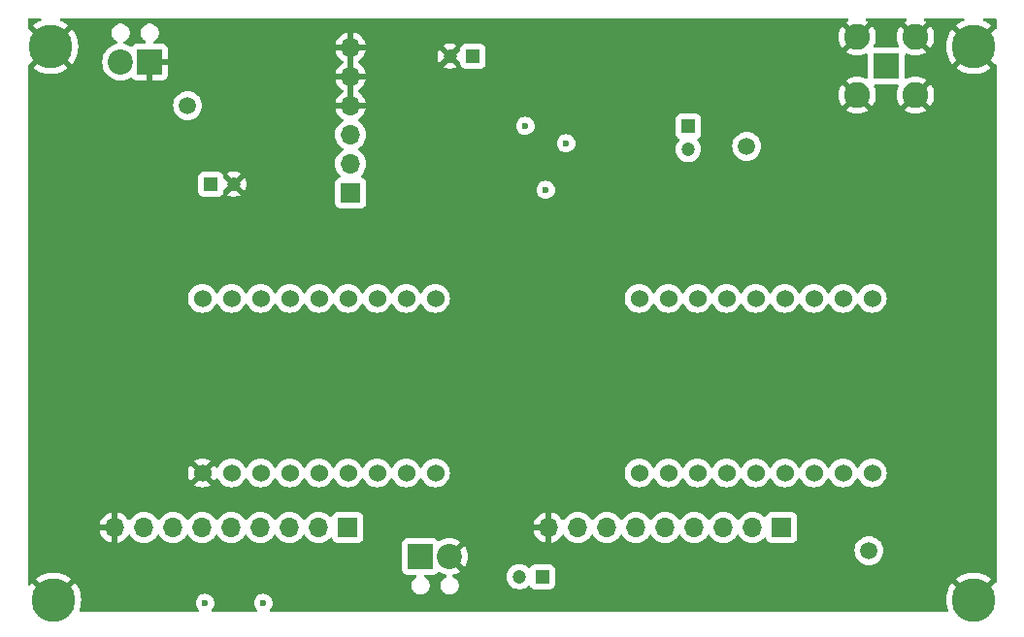
<source format=gbr>
%TF.GenerationSoftware,KiCad,Pcbnew,8.0.1*%
%TF.CreationDate,2024-06-11T21:54:47-04:00*%
%TF.ProjectId,adc_fpga,6164635f-6670-4676-912e-6b696361645f,rev?*%
%TF.SameCoordinates,Original*%
%TF.FileFunction,Copper,L2,Inr*%
%TF.FilePolarity,Positive*%
%FSLAX46Y46*%
G04 Gerber Fmt 4.6, Leading zero omitted, Abs format (unit mm)*
G04 Created by KiCad (PCBNEW 8.0.1) date 2024-06-11 21:54:47*
%MOMM*%
%LPD*%
G01*
G04 APERTURE LIST*
%TA.AperFunction,ComponentPad*%
%ADD10C,1.500000*%
%TD*%
%TA.AperFunction,ComponentPad*%
%ADD11R,1.200000X1.200000*%
%TD*%
%TA.AperFunction,ComponentPad*%
%ADD12C,1.200000*%
%TD*%
%TA.AperFunction,ComponentPad*%
%ADD13C,3.800000*%
%TD*%
%TA.AperFunction,ComponentPad*%
%ADD14R,1.700000X1.700000*%
%TD*%
%TA.AperFunction,ComponentPad*%
%ADD15O,1.700000X1.700000*%
%TD*%
%TA.AperFunction,ComponentPad*%
%ADD16C,1.524000*%
%TD*%
%TA.AperFunction,ComponentPad*%
%ADD17R,2.200000X2.200000*%
%TD*%
%TA.AperFunction,ComponentPad*%
%ADD18C,2.200000*%
%TD*%
%TA.AperFunction,ComponentPad*%
%ADD19R,2.250000X2.250000*%
%TD*%
%TA.AperFunction,ComponentPad*%
%ADD20C,2.250000*%
%TD*%
%TA.AperFunction,ViaPad*%
%ADD21C,0.600000*%
%TD*%
G04 APERTURE END LIST*
D10*
%TO.N,Net-(U3-VRM)*%
%TO.C,TP2*%
X137668000Y-92710000D03*
%TD*%
D11*
%TO.N,Net-(U1--)*%
%TO.C,C19*%
X119844600Y-130302000D03*
D12*
%TO.N,Net-(J2-Pin_1)*%
X117844600Y-130302000D03*
%TD*%
D13*
%TO.N,GND*%
%TO.C,REF\u002A\u002A*%
X157480000Y-132334000D03*
%TD*%
D14*
%TO.N,Net-(U2-A3)*%
%TO.C,J3*%
X140716000Y-125984000D03*
D15*
%TO.N,Net-(U2-B4)*%
X138176000Y-125984000D03*
%TO.N,Net-(U2-B3)*%
X135636000Y-125984000D03*
%TO.N,Net-(U2-C1)*%
X133096000Y-125984000D03*
%TO.N,Net-(U2-B1)*%
X130556000Y-125984000D03*
%TO.N,Net-(U2-B2)*%
X128016000Y-125984000D03*
%TO.N,Net-(U2-A2)*%
X125476000Y-125984000D03*
%TO.N,Net-(U2-C5)*%
X122936000Y-125984000D03*
%TO.N,GND*%
X120396000Y-125984000D03*
%TD*%
D16*
%TO.N,Net-(U2-L1)*%
%TO.C,U2*%
X148615000Y-105990000D03*
%TO.N,Net-(U2-M4)*%
X146075000Y-105990000D03*
%TO.N,Net-(U2-M3)*%
X143535000Y-105990000D03*
%TO.N,Net-(U2-N2)*%
X140995000Y-105990000D03*
%TO.N,Net-(U2-M2)*%
X138455000Y-105990000D03*
%TO.N,Net-(U2-P3)*%
X135915000Y-105990000D03*
%TO.N,Net-(U2-N3)*%
X133375000Y-105990000D03*
%TO.N,Net-(U2-P1)*%
X130835000Y-105990000D03*
%TO.N,Net-(U2-N1)*%
X128295000Y-105990000D03*
%TO.N,Net-(U2-P14)*%
X110515000Y-105990000D03*
%TO.N,Net-(U2-P15)*%
X107975000Y-105990000D03*
%TO.N,Net-(U2-N13)*%
X105435000Y-105990000D03*
%TO.N,Net-(U2-N15)*%
X102895000Y-105990000D03*
%TO.N,Net-(U2-N14)*%
X100355000Y-105990000D03*
%TO.N,Net-(U2-M15)*%
X97815000Y-105990000D03*
%TO.N,Net-(U2-M14)*%
X95275000Y-105990000D03*
%TO.N,Net-(U2-L15)*%
X92735000Y-105990000D03*
%TO.N,+5V*%
X90195000Y-105990000D03*
%TO.N,GND*%
X90195000Y-121230000D03*
%TO.N,Net-(U2-L14)*%
X92735000Y-121230000D03*
%TO.N,Net-(U2-K14)*%
X95275000Y-121230000D03*
%TO.N,Net-(U2-J15)*%
X97815000Y-121230000D03*
%TO.N,SCL3.3V*%
X100355000Y-121230000D03*
%TO.N,SDA3.3V*%
X102895000Y-121230000D03*
%TO.N,Net-(U2-J11)*%
X105435000Y-121230000D03*
%TO.N,Net-(U2-A32)*%
X107975000Y-121230000D03*
%TO.N,Net-(U2-A33)*%
X110515000Y-121230000D03*
%TO.N,Net-(U2-C5)*%
X128295000Y-121230000D03*
%TO.N,Net-(U2-A2)*%
X130835000Y-121230000D03*
%TO.N,Net-(U2-B2)*%
X133375000Y-121230000D03*
%TO.N,Net-(U2-B1)*%
X135915000Y-121230000D03*
%TO.N,Net-(U2-C1)*%
X138455000Y-121230000D03*
%TO.N,Net-(U2-B3)*%
X140995000Y-121230000D03*
%TO.N,Net-(U2-B4)*%
X143535000Y-121230000D03*
%TO.N,Net-(U2-A3)*%
X146075000Y-121230000D03*
%TO.N,Net-(U2-A4)*%
X148615000Y-121230000D03*
%TD*%
D10*
%TO.N,Net-(U2-A4)*%
%TO.C,TP1*%
X148336000Y-128016000D03*
%TD*%
D13*
%TO.N,GND*%
%TO.C,REF\u002A\u002A*%
X157480000Y-84000000D03*
%TD*%
D17*
%TO.N,Net-(J2-Pin_1)*%
%TO.C,J2*%
X109220000Y-128524000D03*
D18*
%TO.N,GND*%
X111760000Y-128524000D03*
%TD*%
D14*
%TO.N,+3.3V*%
%TO.C,J6*%
X103124000Y-96774000D03*
D15*
X103124000Y-94234000D03*
X103124000Y-91694000D03*
%TO.N,GND*%
X103124000Y-89154000D03*
X103124000Y-86614000D03*
X103124000Y-84074000D03*
%TD*%
D14*
%TO.N,Net-(U2-A33)*%
%TO.C,J5*%
X102870000Y-125984000D03*
D15*
%TO.N,Net-(U2-A32)*%
X100330000Y-125984000D03*
%TO.N,Net-(U2-J11)*%
X97790000Y-125984000D03*
%TO.N,SDA5V*%
X95250000Y-125984000D03*
%TO.N,SCL5V*%
X92710000Y-125984000D03*
%TO.N,Net-(U2-J15)*%
X90170000Y-125984000D03*
%TO.N,Net-(U2-K14)*%
X87630000Y-125984000D03*
%TO.N,Net-(U2-L14)*%
X85090000Y-125984000D03*
%TO.N,GND*%
X82550000Y-125984000D03*
%TD*%
D11*
%TO.N,+3.3V*%
%TO.C,C15*%
X90932000Y-96012000D03*
D12*
%TO.N,GND*%
X92932000Y-96012000D03*
%TD*%
D11*
%TO.N,Net-(U3-VRP)*%
%TO.C,C8*%
X132588000Y-90975401D03*
D12*
%TO.N,Net-(U3-VRN)*%
X132588000Y-92975401D03*
%TD*%
D11*
%TO.N,+3.3V*%
%TO.C,C4*%
X113792000Y-84836000D03*
D12*
%TO.N,GND*%
X111792000Y-84836000D03*
%TD*%
D19*
%TO.N,Net-(J1-In)*%
%TO.C,J1*%
X149860000Y-85705500D03*
D20*
%TO.N,GND*%
X152400000Y-83165500D03*
X147320000Y-83165500D03*
X152400000Y-88245500D03*
X147320000Y-88245500D03*
%TD*%
D13*
%TO.N,GND*%
%TO.C,REF\u002A\u002A*%
X77216000Y-132334000D03*
%TD*%
D17*
%TO.N,GND*%
%TO.C,J4*%
X85598000Y-85344000D03*
D18*
%TO.N,+5V*%
X83058000Y-85344000D03*
%TD*%
D10*
%TO.N,+3.3V*%
%TO.C,TP4*%
X88900000Y-89154000D03*
%TD*%
D13*
%TO.N,GND*%
%TO.C,REF\u002A\u002A*%
X76962000Y-84000000D03*
%TD*%
D21*
%TO.N,GND*%
X142240000Y-89154000D03*
X128524000Y-94742000D03*
X128524000Y-93218000D03*
X124206000Y-86868000D03*
X118872000Y-96520000D03*
X130302000Y-129794000D03*
X122428000Y-93980000D03*
X115316000Y-87376000D03*
X119634000Y-90424000D03*
X116586000Y-90424000D03*
X128524000Y-91186000D03*
X136736000Y-83312000D03*
X99822000Y-102108000D03*
X123698000Y-132588000D03*
X120904000Y-102870000D03*
X141224000Y-83312000D03*
X138176000Y-129032000D03*
X96012000Y-102108000D03*
X116332000Y-92456000D03*
X117348000Y-90424000D03*
X116332000Y-91186000D03*
X128524000Y-89408000D03*
X124206000Y-84328000D03*
X92710000Y-100838000D03*
%TO.N,+3.3V*%
X120142000Y-96520000D03*
X90424000Y-132588000D03*
X118364000Y-90932000D03*
X95504000Y-132588000D03*
X121920000Y-92456000D03*
%TD*%
%TA.AperFunction,Conductor*%
%TO.N,GND*%
G36*
X103374000Y-88720988D02*
G01*
X103316993Y-88688075D01*
X103189826Y-88654000D01*
X103058174Y-88654000D01*
X102931007Y-88688075D01*
X102874000Y-88720988D01*
X102874000Y-87047012D01*
X102931007Y-87079925D01*
X103058174Y-87114000D01*
X103189826Y-87114000D01*
X103316993Y-87079925D01*
X103374000Y-87047012D01*
X103374000Y-88720988D01*
G37*
%TD.AperFunction*%
%TA.AperFunction,Conductor*%
G36*
X103374000Y-86180988D02*
G01*
X103316993Y-86148075D01*
X103189826Y-86114000D01*
X103058174Y-86114000D01*
X102931007Y-86148075D01*
X102874000Y-86180988D01*
X102874000Y-84507012D01*
X102931007Y-84539925D01*
X103058174Y-84574000D01*
X103189826Y-84574000D01*
X103316993Y-84539925D01*
X103374000Y-84507012D01*
X103374000Y-86180988D01*
G37*
%TD.AperFunction*%
%TA.AperFunction,Conductor*%
G36*
X146511916Y-81546185D02*
G01*
X146557671Y-81598989D01*
X146567615Y-81668147D01*
X146538590Y-81731703D01*
X146509667Y-81756227D01*
X146361893Y-81846782D01*
X146358086Y-81850032D01*
X146995975Y-82487921D01*
X146964742Y-82500859D01*
X146841903Y-82582937D01*
X146737437Y-82687403D01*
X146655359Y-82810242D01*
X146642421Y-82841475D01*
X146004532Y-82203586D01*
X146001282Y-82207393D01*
X145867636Y-82425484D01*
X145867634Y-82425487D01*
X145769752Y-82661797D01*
X145710042Y-82910510D01*
X145689975Y-83165500D01*
X145710042Y-83420489D01*
X145769752Y-83669202D01*
X145867634Y-83905512D01*
X145867636Y-83905515D01*
X146001277Y-84123598D01*
X146001284Y-84123607D01*
X146004533Y-84127412D01*
X146642421Y-83489524D01*
X146655359Y-83520758D01*
X146737437Y-83643597D01*
X146841903Y-83748063D01*
X146964742Y-83830141D01*
X146995974Y-83843077D01*
X146358087Y-84480965D01*
X146361897Y-84484219D01*
X146579984Y-84617863D01*
X146579987Y-84617865D01*
X146816297Y-84715747D01*
X147065011Y-84775457D01*
X147065010Y-84775457D01*
X147320000Y-84795524D01*
X147574989Y-84775457D01*
X147823700Y-84715747D01*
X148063047Y-84616607D01*
X148132517Y-84609138D01*
X148194996Y-84640413D01*
X148230648Y-84700502D01*
X148234500Y-84731168D01*
X148234500Y-86679831D01*
X148214815Y-86746870D01*
X148162011Y-86792625D01*
X148092853Y-86802569D01*
X148063048Y-86794392D01*
X147823702Y-86695252D01*
X147574988Y-86635542D01*
X147574989Y-86635542D01*
X147320000Y-86615475D01*
X147065010Y-86635542D01*
X146816297Y-86695252D01*
X146579987Y-86793134D01*
X146579984Y-86793136D01*
X146361893Y-86926782D01*
X146358086Y-86930032D01*
X146995975Y-87567921D01*
X146964742Y-87580859D01*
X146841903Y-87662937D01*
X146737437Y-87767403D01*
X146655359Y-87890242D01*
X146642421Y-87921475D01*
X146004532Y-87283586D01*
X146001282Y-87287393D01*
X145867636Y-87505484D01*
X145867634Y-87505487D01*
X145769752Y-87741797D01*
X145710042Y-87990510D01*
X145689975Y-88245500D01*
X145710042Y-88500489D01*
X145769752Y-88749202D01*
X145867634Y-88985512D01*
X145867636Y-88985515D01*
X146001277Y-89203598D01*
X146001284Y-89203607D01*
X146004533Y-89207412D01*
X146642421Y-88569524D01*
X146655359Y-88600758D01*
X146737437Y-88723597D01*
X146841903Y-88828063D01*
X146964742Y-88910141D01*
X146995974Y-88923078D01*
X146358087Y-89560965D01*
X146361897Y-89564219D01*
X146579984Y-89697863D01*
X146579987Y-89697865D01*
X146816297Y-89795747D01*
X147065011Y-89855457D01*
X147065010Y-89855457D01*
X147320000Y-89875524D01*
X147574989Y-89855457D01*
X147823702Y-89795747D01*
X148060012Y-89697865D01*
X148060015Y-89697863D01*
X148278095Y-89564224D01*
X148278110Y-89564213D01*
X148281911Y-89560966D01*
X148281911Y-89560964D01*
X147644025Y-88923077D01*
X147675258Y-88910141D01*
X147798097Y-88828063D01*
X147902563Y-88723597D01*
X147984641Y-88600758D01*
X147997578Y-88569525D01*
X148635464Y-89207411D01*
X148635466Y-89207411D01*
X148638713Y-89203610D01*
X148638724Y-89203595D01*
X148772363Y-88985515D01*
X148772365Y-88985512D01*
X148870247Y-88749202D01*
X148929957Y-88500489D01*
X148950024Y-88245500D01*
X148929957Y-87990510D01*
X148870247Y-87741799D01*
X148771107Y-87502452D01*
X148763638Y-87432982D01*
X148794913Y-87370503D01*
X148855002Y-87334851D01*
X148885660Y-87330999D01*
X150834331Y-87330999D01*
X150901370Y-87350684D01*
X150947125Y-87403488D01*
X150957069Y-87472646D01*
X150948892Y-87502451D01*
X150849752Y-87741797D01*
X150790042Y-87990510D01*
X150769975Y-88245500D01*
X150790042Y-88500489D01*
X150849752Y-88749202D01*
X150947634Y-88985512D01*
X150947636Y-88985515D01*
X151081277Y-89203598D01*
X151081284Y-89203607D01*
X151084533Y-89207412D01*
X151722421Y-88569524D01*
X151735359Y-88600758D01*
X151817437Y-88723597D01*
X151921903Y-88828063D01*
X152044742Y-88910141D01*
X152075974Y-88923078D01*
X151438087Y-89560965D01*
X151441897Y-89564219D01*
X151659984Y-89697863D01*
X151659987Y-89697865D01*
X151896297Y-89795747D01*
X152145011Y-89855457D01*
X152145010Y-89855457D01*
X152400000Y-89875524D01*
X152654989Y-89855457D01*
X152903702Y-89795747D01*
X153140012Y-89697865D01*
X153140015Y-89697863D01*
X153358095Y-89564224D01*
X153358110Y-89564213D01*
X153361911Y-89560966D01*
X153361911Y-89560964D01*
X152724025Y-88923077D01*
X152755258Y-88910141D01*
X152878097Y-88828063D01*
X152982563Y-88723597D01*
X153064641Y-88600758D01*
X153077578Y-88569525D01*
X153715464Y-89207411D01*
X153715466Y-89207411D01*
X153718713Y-89203610D01*
X153718724Y-89203595D01*
X153852363Y-88985515D01*
X153852365Y-88985512D01*
X153950247Y-88749202D01*
X154009957Y-88500489D01*
X154030024Y-88245500D01*
X154009957Y-87990510D01*
X153950247Y-87741797D01*
X153852365Y-87505487D01*
X153852363Y-87505484D01*
X153718719Y-87287397D01*
X153715465Y-87283587D01*
X153077578Y-87921474D01*
X153064641Y-87890242D01*
X152982563Y-87767403D01*
X152878097Y-87662937D01*
X152755258Y-87580859D01*
X152724024Y-87567921D01*
X153361912Y-86930033D01*
X153358107Y-86926784D01*
X153358098Y-86926777D01*
X153140015Y-86793136D01*
X153140012Y-86793134D01*
X152903702Y-86695252D01*
X152654988Y-86635542D01*
X152654989Y-86635542D01*
X152400000Y-86615475D01*
X152145010Y-86635542D01*
X151896297Y-86695252D01*
X151656951Y-86794392D01*
X151587482Y-86801861D01*
X151525003Y-86770585D01*
X151489351Y-86710496D01*
X151485499Y-86679838D01*
X151485499Y-84731167D01*
X151505184Y-84664129D01*
X151557988Y-84618374D01*
X151627146Y-84608430D01*
X151656952Y-84616607D01*
X151896299Y-84715747D01*
X152145011Y-84775457D01*
X152145010Y-84775457D01*
X152400000Y-84795524D01*
X152654989Y-84775457D01*
X152903702Y-84715747D01*
X153140012Y-84617865D01*
X153140015Y-84617863D01*
X153358095Y-84484224D01*
X153358110Y-84484213D01*
X153361911Y-84480966D01*
X153361911Y-84480964D01*
X152724025Y-83843078D01*
X152755258Y-83830141D01*
X152878097Y-83748063D01*
X152982563Y-83643597D01*
X153064641Y-83520758D01*
X153077578Y-83489525D01*
X153715464Y-84127411D01*
X153715466Y-84127411D01*
X153718713Y-84123610D01*
X153718724Y-84123595D01*
X153852363Y-83905515D01*
X153852365Y-83905512D01*
X153950247Y-83669202D01*
X154009957Y-83420489D01*
X154030024Y-83165500D01*
X154009957Y-82910510D01*
X153950247Y-82661797D01*
X153852365Y-82425487D01*
X153852363Y-82425484D01*
X153718719Y-82207397D01*
X153715465Y-82203587D01*
X153077578Y-82841474D01*
X153064641Y-82810242D01*
X152982563Y-82687403D01*
X152878097Y-82582937D01*
X152755258Y-82500859D01*
X152724024Y-82487921D01*
X153361912Y-81850033D01*
X153358107Y-81846784D01*
X153358098Y-81846777D01*
X153210333Y-81756227D01*
X153163458Y-81704416D01*
X153152035Y-81635486D01*
X153179692Y-81571323D01*
X153237648Y-81532298D01*
X153275123Y-81526500D01*
X156557785Y-81526500D01*
X156624824Y-81546185D01*
X156670579Y-81598989D01*
X156680523Y-81668147D01*
X156651498Y-81731703D01*
X156603432Y-81765792D01*
X156456117Y-81824117D01*
X156456109Y-81824121D01*
X156191476Y-81969604D01*
X156191471Y-81969607D01*
X155966565Y-82133010D01*
X155966564Y-82133011D01*
X156897262Y-83063709D01*
X156763398Y-83160967D01*
X156640967Y-83283398D01*
X156543709Y-83417262D01*
X155615311Y-82488864D01*
X155534520Y-82586525D01*
X155534518Y-82586528D01*
X155372707Y-82841502D01*
X155372704Y-82841508D01*
X155244127Y-83114747D01*
X155244125Y-83114752D01*
X155150805Y-83401959D01*
X155094216Y-83698609D01*
X155094215Y-83698616D01*
X155075255Y-83999994D01*
X155075255Y-84000005D01*
X155094215Y-84301383D01*
X155094216Y-84301390D01*
X155150805Y-84598040D01*
X155244125Y-84885247D01*
X155244127Y-84885252D01*
X155372704Y-85158491D01*
X155372707Y-85158497D01*
X155534516Y-85413469D01*
X155615311Y-85511133D01*
X156543708Y-84582736D01*
X156640967Y-84716602D01*
X156763398Y-84839033D01*
X156897262Y-84936290D01*
X155966564Y-85866987D01*
X155966565Y-85866989D01*
X156191461Y-86030385D01*
X156191479Y-86030397D01*
X156456109Y-86175878D01*
X156456117Y-86175882D01*
X156736889Y-86287047D01*
X156736892Y-86287048D01*
X157029399Y-86362150D01*
X157328995Y-86399999D01*
X157329007Y-86400000D01*
X157630993Y-86400000D01*
X157631004Y-86399999D01*
X157930600Y-86362150D01*
X158223107Y-86287048D01*
X158223110Y-86287047D01*
X158503882Y-86175882D01*
X158503890Y-86175878D01*
X158768520Y-86030397D01*
X158768530Y-86030390D01*
X158993433Y-85866987D01*
X158993434Y-85866987D01*
X158062737Y-84936290D01*
X158196602Y-84839033D01*
X158319033Y-84716602D01*
X158416290Y-84582737D01*
X159344697Y-85511144D01*
X159412549Y-85527638D01*
X159460742Y-85578227D01*
X159474500Y-85634997D01*
X159474500Y-130699001D01*
X159454815Y-130766040D01*
X159402011Y-130811795D01*
X159344696Y-130822855D01*
X158416289Y-131751261D01*
X158319033Y-131617398D01*
X158196602Y-131494967D01*
X158062736Y-131397709D01*
X158993434Y-130467011D01*
X158993433Y-130467009D01*
X158768538Y-130303614D01*
X158768520Y-130303602D01*
X158503890Y-130158121D01*
X158503882Y-130158117D01*
X158223110Y-130046952D01*
X158223107Y-130046951D01*
X157930600Y-129971849D01*
X157631004Y-129934000D01*
X157328995Y-129934000D01*
X157029399Y-129971849D01*
X156736892Y-130046951D01*
X156736889Y-130046952D01*
X156456117Y-130158117D01*
X156456109Y-130158121D01*
X156191476Y-130303604D01*
X156191471Y-130303607D01*
X155966565Y-130467010D01*
X155966564Y-130467011D01*
X156897262Y-131397709D01*
X156763398Y-131494967D01*
X156640967Y-131617398D01*
X156543709Y-131751262D01*
X155615311Y-130822864D01*
X155534520Y-130920525D01*
X155534518Y-130920528D01*
X155372707Y-131175502D01*
X155372704Y-131175508D01*
X155244127Y-131448747D01*
X155244125Y-131448752D01*
X155150805Y-131735959D01*
X155094216Y-132032609D01*
X155094215Y-132032616D01*
X155075255Y-132333994D01*
X155075255Y-132334005D01*
X155094215Y-132635383D01*
X155094216Y-132635390D01*
X155150805Y-132932040D01*
X155233869Y-133187682D01*
X155235864Y-133257523D01*
X155199784Y-133317356D01*
X155137083Y-133348184D01*
X155115938Y-133350000D01*
X96173440Y-133350000D01*
X96106401Y-133330315D01*
X96060646Y-133277511D01*
X96050702Y-133208353D01*
X96079727Y-133144797D01*
X96085759Y-133138319D01*
X96133816Y-133090262D01*
X96229789Y-132937522D01*
X96289368Y-132767255D01*
X96290608Y-132756253D01*
X96309565Y-132588003D01*
X96309565Y-132587996D01*
X96289369Y-132408750D01*
X96289368Y-132408745D01*
X96263211Y-132333994D01*
X96229789Y-132238478D01*
X96133816Y-132085738D01*
X96006262Y-131958184D01*
X95932358Y-131911747D01*
X95853523Y-131862211D01*
X95683254Y-131802631D01*
X95683249Y-131802630D01*
X95504004Y-131782435D01*
X95503996Y-131782435D01*
X95324750Y-131802630D01*
X95324745Y-131802631D01*
X95154476Y-131862211D01*
X95001737Y-131958184D01*
X94874184Y-132085737D01*
X94778211Y-132238476D01*
X94718631Y-132408745D01*
X94718630Y-132408750D01*
X94698435Y-132587996D01*
X94698435Y-132588003D01*
X94718630Y-132767249D01*
X94718631Y-132767254D01*
X94778211Y-132937523D01*
X94874184Y-133090262D01*
X94922241Y-133138319D01*
X94955726Y-133199642D01*
X94950742Y-133269334D01*
X94908870Y-133325267D01*
X94843406Y-133349684D01*
X94834560Y-133350000D01*
X91093440Y-133350000D01*
X91026401Y-133330315D01*
X90980646Y-133277511D01*
X90970702Y-133208353D01*
X90999727Y-133144797D01*
X91005759Y-133138319D01*
X91053816Y-133090262D01*
X91149789Y-132937522D01*
X91209368Y-132767255D01*
X91210608Y-132756253D01*
X91229565Y-132588003D01*
X91229565Y-132587996D01*
X91209369Y-132408750D01*
X91209368Y-132408745D01*
X91183211Y-132333994D01*
X91149789Y-132238478D01*
X91053816Y-132085738D01*
X90926262Y-131958184D01*
X90852358Y-131911747D01*
X90773523Y-131862211D01*
X90603254Y-131802631D01*
X90603249Y-131802630D01*
X90424004Y-131782435D01*
X90423996Y-131782435D01*
X90244750Y-131802630D01*
X90244745Y-131802631D01*
X90074476Y-131862211D01*
X89921737Y-131958184D01*
X89794184Y-132085737D01*
X89698211Y-132238476D01*
X89638631Y-132408745D01*
X89638630Y-132408750D01*
X89618435Y-132587996D01*
X89618435Y-132588003D01*
X89638630Y-132767249D01*
X89638631Y-132767254D01*
X89698211Y-132937523D01*
X89794184Y-133090262D01*
X89842241Y-133138319D01*
X89875726Y-133199642D01*
X89870742Y-133269334D01*
X89828870Y-133325267D01*
X89763406Y-133349684D01*
X89754560Y-133350000D01*
X79580062Y-133350000D01*
X79513023Y-133330315D01*
X79467268Y-133277511D01*
X79457324Y-133208353D01*
X79462131Y-133187682D01*
X79545194Y-132932040D01*
X79601783Y-132635390D01*
X79601784Y-132635383D01*
X79620745Y-132334005D01*
X79620745Y-132333994D01*
X79601784Y-132032616D01*
X79601783Y-132032609D01*
X79545194Y-131735959D01*
X79451874Y-131448752D01*
X79451872Y-131448747D01*
X79323295Y-131175508D01*
X79323292Y-131175502D01*
X79161483Y-130920530D01*
X79080686Y-130822864D01*
X78152289Y-131751261D01*
X78055033Y-131617398D01*
X77932602Y-131494967D01*
X77798736Y-131397709D01*
X78729434Y-130467011D01*
X78729433Y-130467009D01*
X78504538Y-130303614D01*
X78504520Y-130303602D01*
X78239890Y-130158121D01*
X78239882Y-130158117D01*
X77959110Y-130046952D01*
X77959107Y-130046951D01*
X77666600Y-129971849D01*
X77367004Y-129934000D01*
X77064995Y-129934000D01*
X76765399Y-129971849D01*
X76472892Y-130046951D01*
X76472889Y-130046952D01*
X76192117Y-130158117D01*
X76192109Y-130158121D01*
X75927476Y-130303604D01*
X75927471Y-130303607D01*
X75702565Y-130467010D01*
X75702564Y-130467011D01*
X76633262Y-131397709D01*
X76499398Y-131494967D01*
X76376967Y-131617398D01*
X76279709Y-131751262D01*
X75351311Y-130822864D01*
X75270522Y-130920523D01*
X75196197Y-131037641D01*
X75143655Y-131083696D01*
X75074554Y-131094035D01*
X75010834Y-131065373D01*
X74972724Y-131006812D01*
X74967500Y-130971198D01*
X74967500Y-129671870D01*
X107619500Y-129671870D01*
X107619501Y-129671876D01*
X107625908Y-129731483D01*
X107676202Y-129866328D01*
X107676206Y-129866335D01*
X107762452Y-129981544D01*
X107762455Y-129981547D01*
X107877664Y-130067793D01*
X107877671Y-130067797D01*
X108012517Y-130118091D01*
X108012516Y-130118091D01*
X108019444Y-130118835D01*
X108072127Y-130124500D01*
X108776427Y-130124499D01*
X108843464Y-130144183D01*
X108889219Y-130196987D01*
X108899163Y-130266146D01*
X108870138Y-130329702D01*
X108845316Y-130351601D01*
X108709711Y-130442210D01*
X108709707Y-130442213D01*
X108598213Y-130553707D01*
X108598210Y-130553711D01*
X108510609Y-130684814D01*
X108510602Y-130684827D01*
X108450264Y-130830498D01*
X108450261Y-130830510D01*
X108419500Y-130985153D01*
X108419500Y-131142846D01*
X108450261Y-131297489D01*
X108450264Y-131297501D01*
X108510602Y-131443172D01*
X108510609Y-131443185D01*
X108598210Y-131574288D01*
X108598213Y-131574292D01*
X108709707Y-131685786D01*
X108709711Y-131685789D01*
X108840814Y-131773390D01*
X108840827Y-131773397D01*
X108911408Y-131802632D01*
X108986503Y-131833737D01*
X109141153Y-131864499D01*
X109141156Y-131864500D01*
X109141158Y-131864500D01*
X109298844Y-131864500D01*
X109298845Y-131864499D01*
X109453497Y-131833737D01*
X109599179Y-131773394D01*
X109730289Y-131685789D01*
X109841789Y-131574289D01*
X109929394Y-131443179D01*
X109989737Y-131297497D01*
X110020500Y-131142842D01*
X110020500Y-130985158D01*
X110020500Y-130985155D01*
X110020499Y-130985153D01*
X110013481Y-130949872D01*
X109989737Y-130830503D01*
X109963036Y-130766040D01*
X109929397Y-130684827D01*
X109929390Y-130684814D01*
X109841789Y-130553711D01*
X109841786Y-130553707D01*
X109730292Y-130442213D01*
X109730288Y-130442210D01*
X109594683Y-130351601D01*
X109549878Y-130297989D01*
X109541171Y-130228664D01*
X109571326Y-130165636D01*
X109630769Y-130128917D01*
X109663571Y-130124499D01*
X110367872Y-130124499D01*
X110427483Y-130118091D01*
X110562331Y-130067796D01*
X110677546Y-129981546D01*
X110735229Y-129904491D01*
X110791161Y-129862622D01*
X110860853Y-129857638D01*
X110899284Y-129873077D01*
X111031368Y-129954019D01*
X111264044Y-130050396D01*
X111431828Y-130090677D01*
X111492421Y-130125467D01*
X111524585Y-130187493D01*
X111518109Y-130257062D01*
X111475050Y-130312087D01*
X111450335Y-130325812D01*
X111380824Y-130354604D01*
X111380814Y-130354609D01*
X111249711Y-130442210D01*
X111249707Y-130442213D01*
X111138213Y-130553707D01*
X111138210Y-130553711D01*
X111050609Y-130684814D01*
X111050602Y-130684827D01*
X110990264Y-130830498D01*
X110990261Y-130830510D01*
X110959500Y-130985153D01*
X110959500Y-131142846D01*
X110990261Y-131297489D01*
X110990264Y-131297501D01*
X111050602Y-131443172D01*
X111050609Y-131443185D01*
X111138210Y-131574288D01*
X111138213Y-131574292D01*
X111249707Y-131685786D01*
X111249711Y-131685789D01*
X111380814Y-131773390D01*
X111380827Y-131773397D01*
X111451408Y-131802632D01*
X111526503Y-131833737D01*
X111681153Y-131864499D01*
X111681156Y-131864500D01*
X111681158Y-131864500D01*
X111838844Y-131864500D01*
X111838845Y-131864499D01*
X111993497Y-131833737D01*
X112139179Y-131773394D01*
X112270289Y-131685789D01*
X112381789Y-131574289D01*
X112469394Y-131443179D01*
X112529737Y-131297497D01*
X112560500Y-131142842D01*
X112560500Y-130985158D01*
X112560500Y-130985155D01*
X112560499Y-130985153D01*
X112553481Y-130949872D01*
X112529737Y-130830503D01*
X112503036Y-130766040D01*
X112469397Y-130684827D01*
X112469390Y-130684814D01*
X112381789Y-130553711D01*
X112381786Y-130553707D01*
X112270292Y-130442213D01*
X112270288Y-130442210D01*
X112139185Y-130354609D01*
X112139172Y-130354602D01*
X112069665Y-130325812D01*
X112040116Y-130302000D01*
X116739385Y-130302000D01*
X116758202Y-130505082D01*
X116814017Y-130701247D01*
X116814022Y-130701260D01*
X116904927Y-130883821D01*
X117027837Y-131046581D01*
X117178558Y-131183980D01*
X117178560Y-131183982D01*
X117178562Y-131183983D01*
X117351963Y-131291348D01*
X117542144Y-131365024D01*
X117742624Y-131402500D01*
X117742626Y-131402500D01*
X117946574Y-131402500D01*
X117946576Y-131402500D01*
X118147056Y-131365024D01*
X118337237Y-131291348D01*
X118510641Y-131183981D01*
X118602617Y-131100133D01*
X118665418Y-131069518D01*
X118734805Y-131077715D01*
X118788746Y-131122125D01*
X118796273Y-131136698D01*
X118796553Y-131136546D01*
X118800806Y-131144335D01*
X118887052Y-131259544D01*
X118887055Y-131259547D01*
X119002264Y-131345793D01*
X119002271Y-131345797D01*
X119137117Y-131396091D01*
X119137116Y-131396091D01*
X119144044Y-131396835D01*
X119196727Y-131402500D01*
X120492472Y-131402499D01*
X120552083Y-131396091D01*
X120686931Y-131345796D01*
X120802146Y-131259546D01*
X120888396Y-131144331D01*
X120938691Y-131009483D01*
X120945100Y-130949873D01*
X120945099Y-129654128D01*
X120938691Y-129594517D01*
X120891570Y-129468180D01*
X120888397Y-129459671D01*
X120888393Y-129459664D01*
X120802147Y-129344455D01*
X120802144Y-129344452D01*
X120686935Y-129258206D01*
X120686928Y-129258202D01*
X120552082Y-129207908D01*
X120552083Y-129207908D01*
X120492483Y-129201501D01*
X120492481Y-129201500D01*
X120492473Y-129201500D01*
X120492464Y-129201500D01*
X119196729Y-129201500D01*
X119196723Y-129201501D01*
X119137116Y-129207908D01*
X119002271Y-129258202D01*
X119002264Y-129258206D01*
X118887055Y-129344452D01*
X118887052Y-129344455D01*
X118800806Y-129459664D01*
X118796553Y-129467454D01*
X118794341Y-129466246D01*
X118760440Y-129511511D01*
X118694970Y-129535913D01*
X118626701Y-129521045D01*
X118602615Y-129503864D01*
X118510641Y-129420019D01*
X118510639Y-129420017D01*
X118337242Y-129312655D01*
X118337235Y-129312651D01*
X118230435Y-129271277D01*
X118147056Y-129238976D01*
X117946576Y-129201500D01*
X117742624Y-129201500D01*
X117542144Y-129238976D01*
X117542141Y-129238976D01*
X117542141Y-129238977D01*
X117351964Y-129312651D01*
X117351957Y-129312655D01*
X117178560Y-129420017D01*
X117178558Y-129420019D01*
X117027837Y-129557418D01*
X116904927Y-129720178D01*
X116814022Y-129902739D01*
X116814017Y-129902752D01*
X116758202Y-130098917D01*
X116739385Y-130301999D01*
X116739385Y-130302000D01*
X112040116Y-130302000D01*
X112015261Y-130281971D01*
X111993196Y-130215677D01*
X112010475Y-130147978D01*
X112061612Y-130100367D01*
X112088171Y-130090677D01*
X112255955Y-130050396D01*
X112488631Y-129954019D01*
X112703361Y-129822432D01*
X112703363Y-129822430D01*
X112704180Y-129821732D01*
X111930235Y-129047787D01*
X111972292Y-129036518D01*
X112097708Y-128964110D01*
X112200110Y-128861708D01*
X112272518Y-128736292D01*
X112283787Y-128694234D01*
X113057732Y-129468180D01*
X113058430Y-129467363D01*
X113058432Y-129467361D01*
X113190019Y-129252631D01*
X113286396Y-129019956D01*
X113345187Y-128775072D01*
X113364947Y-128524000D01*
X113345187Y-128272927D01*
X113286396Y-128028043D01*
X113281408Y-128016002D01*
X147080723Y-128016002D01*
X147099793Y-128233975D01*
X147099793Y-128233979D01*
X147156422Y-128445322D01*
X147156424Y-128445326D01*
X147156425Y-128445330D01*
X147202661Y-128544484D01*
X147248897Y-128643638D01*
X147248898Y-128643639D01*
X147374402Y-128822877D01*
X147529123Y-128977598D01*
X147708361Y-129103102D01*
X147906670Y-129195575D01*
X148118023Y-129252207D01*
X148300926Y-129268208D01*
X148335998Y-129271277D01*
X148336000Y-129271277D01*
X148336002Y-129271277D01*
X148364254Y-129268805D01*
X148553977Y-129252207D01*
X148765330Y-129195575D01*
X148963639Y-129103102D01*
X149142877Y-128977598D01*
X149297598Y-128822877D01*
X149423102Y-128643639D01*
X149515575Y-128445330D01*
X149572207Y-128233977D01*
X149588805Y-128044254D01*
X149591277Y-128016002D01*
X149591277Y-128015997D01*
X149587569Y-127973618D01*
X149572207Y-127798023D01*
X149515575Y-127586670D01*
X149423102Y-127388362D01*
X149423100Y-127388359D01*
X149423099Y-127388357D01*
X149297599Y-127209124D01*
X149231981Y-127143506D01*
X149142877Y-127054402D01*
X149004978Y-126957844D01*
X148963638Y-126928897D01*
X148862774Y-126881864D01*
X148765330Y-126836425D01*
X148765326Y-126836424D01*
X148765322Y-126836422D01*
X148553977Y-126779793D01*
X148336002Y-126760723D01*
X148335998Y-126760723D01*
X148190682Y-126773436D01*
X148118023Y-126779793D01*
X148118020Y-126779793D01*
X147906677Y-126836422D01*
X147906668Y-126836426D01*
X147708361Y-126928898D01*
X147708357Y-126928900D01*
X147529121Y-127054402D01*
X147374402Y-127209121D01*
X147248900Y-127388357D01*
X147248898Y-127388361D01*
X147156426Y-127586668D01*
X147156422Y-127586677D01*
X147099793Y-127798020D01*
X147099793Y-127798024D01*
X147080723Y-128015997D01*
X147080723Y-128016002D01*
X113281408Y-128016002D01*
X113190019Y-127795368D01*
X113058429Y-127580634D01*
X113057733Y-127579819D01*
X113057732Y-127579819D01*
X112283787Y-128353764D01*
X112272518Y-128311708D01*
X112200110Y-128186292D01*
X112097708Y-128083890D01*
X111972292Y-128011482D01*
X111930234Y-128000212D01*
X112704179Y-127226266D01*
X112703362Y-127225568D01*
X112488631Y-127093980D01*
X112255956Y-126997603D01*
X112011072Y-126938812D01*
X111760000Y-126919052D01*
X111508927Y-126938812D01*
X111264043Y-126997603D01*
X111031373Y-127093978D01*
X110899284Y-127174923D01*
X110831838Y-127193167D01*
X110765235Y-127172051D01*
X110735228Y-127143506D01*
X110677547Y-127066455D01*
X110677544Y-127066452D01*
X110562335Y-126980206D01*
X110562328Y-126980202D01*
X110427482Y-126929908D01*
X110427483Y-126929908D01*
X110367883Y-126923501D01*
X110367881Y-126923500D01*
X110367873Y-126923500D01*
X110367864Y-126923500D01*
X108072129Y-126923500D01*
X108072123Y-126923501D01*
X108012516Y-126929908D01*
X107877671Y-126980202D01*
X107877664Y-126980206D01*
X107762455Y-127066452D01*
X107762452Y-127066455D01*
X107676206Y-127181664D01*
X107676202Y-127181671D01*
X107625908Y-127316517D01*
X107619501Y-127376116D01*
X107619500Y-127376135D01*
X107619500Y-129671870D01*
X74967500Y-129671870D01*
X74967500Y-126234000D01*
X81219364Y-126234000D01*
X81276567Y-126447486D01*
X81276570Y-126447492D01*
X81376399Y-126661578D01*
X81511894Y-126855082D01*
X81678917Y-127022105D01*
X81872421Y-127157600D01*
X82086507Y-127257429D01*
X82086516Y-127257433D01*
X82300000Y-127314634D01*
X82300000Y-126417012D01*
X82357007Y-126449925D01*
X82484174Y-126484000D01*
X82615826Y-126484000D01*
X82742993Y-126449925D01*
X82800000Y-126417012D01*
X82800000Y-127314633D01*
X83013483Y-127257433D01*
X83013492Y-127257429D01*
X83227578Y-127157600D01*
X83421082Y-127022105D01*
X83588105Y-126855082D01*
X83718119Y-126669405D01*
X83772696Y-126625781D01*
X83842195Y-126618588D01*
X83904549Y-126650110D01*
X83921269Y-126669405D01*
X84051505Y-126855401D01*
X84218599Y-127022495D01*
X84315384Y-127090265D01*
X84412165Y-127158032D01*
X84412167Y-127158033D01*
X84412170Y-127158035D01*
X84626337Y-127257903D01*
X84854592Y-127319063D01*
X85031034Y-127334500D01*
X85089999Y-127339659D01*
X85090000Y-127339659D01*
X85090001Y-127339659D01*
X85148966Y-127334500D01*
X85325408Y-127319063D01*
X85553663Y-127257903D01*
X85767830Y-127158035D01*
X85961401Y-127022495D01*
X86128495Y-126855401D01*
X86258425Y-126669842D01*
X86313002Y-126626217D01*
X86382500Y-126619023D01*
X86444855Y-126650546D01*
X86461575Y-126669842D01*
X86591281Y-126855082D01*
X86591505Y-126855401D01*
X86758599Y-127022495D01*
X86855384Y-127090265D01*
X86952165Y-127158032D01*
X86952167Y-127158033D01*
X86952170Y-127158035D01*
X87166337Y-127257903D01*
X87394592Y-127319063D01*
X87571034Y-127334500D01*
X87629999Y-127339659D01*
X87630000Y-127339659D01*
X87630001Y-127339659D01*
X87688966Y-127334500D01*
X87865408Y-127319063D01*
X88093663Y-127257903D01*
X88307830Y-127158035D01*
X88501401Y-127022495D01*
X88668495Y-126855401D01*
X88798425Y-126669842D01*
X88853002Y-126626217D01*
X88922500Y-126619023D01*
X88984855Y-126650546D01*
X89001575Y-126669842D01*
X89131281Y-126855082D01*
X89131505Y-126855401D01*
X89298599Y-127022495D01*
X89395384Y-127090265D01*
X89492165Y-127158032D01*
X89492167Y-127158033D01*
X89492170Y-127158035D01*
X89706337Y-127257903D01*
X89934592Y-127319063D01*
X90111034Y-127334500D01*
X90169999Y-127339659D01*
X90170000Y-127339659D01*
X90170001Y-127339659D01*
X90228966Y-127334500D01*
X90405408Y-127319063D01*
X90633663Y-127257903D01*
X90847830Y-127158035D01*
X91041401Y-127022495D01*
X91208495Y-126855401D01*
X91338425Y-126669842D01*
X91393002Y-126626217D01*
X91462500Y-126619023D01*
X91524855Y-126650546D01*
X91541575Y-126669842D01*
X91671281Y-126855082D01*
X91671505Y-126855401D01*
X91838599Y-127022495D01*
X91935384Y-127090265D01*
X92032165Y-127158032D01*
X92032167Y-127158033D01*
X92032170Y-127158035D01*
X92246337Y-127257903D01*
X92474592Y-127319063D01*
X92651034Y-127334500D01*
X92709999Y-127339659D01*
X92710000Y-127339659D01*
X92710001Y-127339659D01*
X92768966Y-127334500D01*
X92945408Y-127319063D01*
X93173663Y-127257903D01*
X93387830Y-127158035D01*
X93581401Y-127022495D01*
X93748495Y-126855401D01*
X93878425Y-126669842D01*
X93933002Y-126626217D01*
X94002500Y-126619023D01*
X94064855Y-126650546D01*
X94081575Y-126669842D01*
X94211281Y-126855082D01*
X94211505Y-126855401D01*
X94378599Y-127022495D01*
X94475384Y-127090265D01*
X94572165Y-127158032D01*
X94572167Y-127158033D01*
X94572170Y-127158035D01*
X94786337Y-127257903D01*
X95014592Y-127319063D01*
X95191034Y-127334500D01*
X95249999Y-127339659D01*
X95250000Y-127339659D01*
X95250001Y-127339659D01*
X95308966Y-127334500D01*
X95485408Y-127319063D01*
X95713663Y-127257903D01*
X95927830Y-127158035D01*
X96121401Y-127022495D01*
X96288495Y-126855401D01*
X96418425Y-126669842D01*
X96473002Y-126626217D01*
X96542500Y-126619023D01*
X96604855Y-126650546D01*
X96621575Y-126669842D01*
X96751281Y-126855082D01*
X96751505Y-126855401D01*
X96918599Y-127022495D01*
X97015384Y-127090265D01*
X97112165Y-127158032D01*
X97112167Y-127158033D01*
X97112170Y-127158035D01*
X97326337Y-127257903D01*
X97554592Y-127319063D01*
X97731034Y-127334500D01*
X97789999Y-127339659D01*
X97790000Y-127339659D01*
X97790001Y-127339659D01*
X97848966Y-127334500D01*
X98025408Y-127319063D01*
X98253663Y-127257903D01*
X98467830Y-127158035D01*
X98661401Y-127022495D01*
X98828495Y-126855401D01*
X98958425Y-126669842D01*
X99013002Y-126626217D01*
X99082500Y-126619023D01*
X99144855Y-126650546D01*
X99161575Y-126669842D01*
X99291281Y-126855082D01*
X99291505Y-126855401D01*
X99458599Y-127022495D01*
X99555384Y-127090265D01*
X99652165Y-127158032D01*
X99652167Y-127158033D01*
X99652170Y-127158035D01*
X99866337Y-127257903D01*
X100094592Y-127319063D01*
X100271034Y-127334500D01*
X100329999Y-127339659D01*
X100330000Y-127339659D01*
X100330001Y-127339659D01*
X100388966Y-127334500D01*
X100565408Y-127319063D01*
X100793663Y-127257903D01*
X101007830Y-127158035D01*
X101201401Y-127022495D01*
X101323329Y-126900566D01*
X101384648Y-126867084D01*
X101454340Y-126872068D01*
X101510274Y-126913939D01*
X101527189Y-126944917D01*
X101576202Y-127076328D01*
X101576206Y-127076335D01*
X101662452Y-127191544D01*
X101662455Y-127191547D01*
X101777664Y-127277793D01*
X101777671Y-127277797D01*
X101912517Y-127328091D01*
X101912516Y-127328091D01*
X101919444Y-127328835D01*
X101972127Y-127334500D01*
X103767872Y-127334499D01*
X103827483Y-127328091D01*
X103962331Y-127277796D01*
X104077546Y-127191546D01*
X104163796Y-127076331D01*
X104214091Y-126941483D01*
X104220500Y-126881873D01*
X104220500Y-126234000D01*
X119065364Y-126234000D01*
X119122567Y-126447486D01*
X119122570Y-126447492D01*
X119222399Y-126661578D01*
X119357894Y-126855082D01*
X119524917Y-127022105D01*
X119718421Y-127157600D01*
X119932507Y-127257429D01*
X119932516Y-127257433D01*
X120146000Y-127314634D01*
X120146000Y-126417012D01*
X120203007Y-126449925D01*
X120330174Y-126484000D01*
X120461826Y-126484000D01*
X120588993Y-126449925D01*
X120646000Y-126417012D01*
X120646000Y-127314634D01*
X120859483Y-127257433D01*
X120859492Y-127257429D01*
X121073578Y-127157600D01*
X121267082Y-127022105D01*
X121434105Y-126855082D01*
X121564119Y-126669405D01*
X121618696Y-126625781D01*
X121688195Y-126618588D01*
X121750549Y-126650110D01*
X121767269Y-126669405D01*
X121897505Y-126855401D01*
X122064599Y-127022495D01*
X122161384Y-127090265D01*
X122258165Y-127158032D01*
X122258167Y-127158033D01*
X122258170Y-127158035D01*
X122472337Y-127257903D01*
X122700592Y-127319063D01*
X122877034Y-127334500D01*
X122935999Y-127339659D01*
X122936000Y-127339659D01*
X122936001Y-127339659D01*
X122994966Y-127334500D01*
X123171408Y-127319063D01*
X123399663Y-127257903D01*
X123613830Y-127158035D01*
X123807401Y-127022495D01*
X123974495Y-126855401D01*
X124104425Y-126669842D01*
X124159002Y-126626217D01*
X124228500Y-126619023D01*
X124290855Y-126650546D01*
X124307575Y-126669842D01*
X124437281Y-126855082D01*
X124437505Y-126855401D01*
X124604599Y-127022495D01*
X124701384Y-127090265D01*
X124798165Y-127158032D01*
X124798167Y-127158033D01*
X124798170Y-127158035D01*
X125012337Y-127257903D01*
X125240592Y-127319063D01*
X125417034Y-127334500D01*
X125475999Y-127339659D01*
X125476000Y-127339659D01*
X125476001Y-127339659D01*
X125534966Y-127334500D01*
X125711408Y-127319063D01*
X125939663Y-127257903D01*
X126153830Y-127158035D01*
X126347401Y-127022495D01*
X126514495Y-126855401D01*
X126644425Y-126669842D01*
X126699002Y-126626217D01*
X126768500Y-126619023D01*
X126830855Y-126650546D01*
X126847575Y-126669842D01*
X126977281Y-126855082D01*
X126977505Y-126855401D01*
X127144599Y-127022495D01*
X127241384Y-127090265D01*
X127338165Y-127158032D01*
X127338167Y-127158033D01*
X127338170Y-127158035D01*
X127552337Y-127257903D01*
X127780592Y-127319063D01*
X127957034Y-127334500D01*
X128015999Y-127339659D01*
X128016000Y-127339659D01*
X128016001Y-127339659D01*
X128074966Y-127334500D01*
X128251408Y-127319063D01*
X128479663Y-127257903D01*
X128693830Y-127158035D01*
X128887401Y-127022495D01*
X129054495Y-126855401D01*
X129184425Y-126669842D01*
X129239002Y-126626217D01*
X129308500Y-126619023D01*
X129370855Y-126650546D01*
X129387575Y-126669842D01*
X129517281Y-126855082D01*
X129517505Y-126855401D01*
X129684599Y-127022495D01*
X129781384Y-127090265D01*
X129878165Y-127158032D01*
X129878167Y-127158033D01*
X129878170Y-127158035D01*
X130092337Y-127257903D01*
X130320592Y-127319063D01*
X130497034Y-127334500D01*
X130555999Y-127339659D01*
X130556000Y-127339659D01*
X130556001Y-127339659D01*
X130614966Y-127334500D01*
X130791408Y-127319063D01*
X131019663Y-127257903D01*
X131233830Y-127158035D01*
X131427401Y-127022495D01*
X131594495Y-126855401D01*
X131724425Y-126669842D01*
X131779002Y-126626217D01*
X131848500Y-126619023D01*
X131910855Y-126650546D01*
X131927575Y-126669842D01*
X132057281Y-126855082D01*
X132057505Y-126855401D01*
X132224599Y-127022495D01*
X132321384Y-127090265D01*
X132418165Y-127158032D01*
X132418167Y-127158033D01*
X132418170Y-127158035D01*
X132632337Y-127257903D01*
X132860592Y-127319063D01*
X133037034Y-127334500D01*
X133095999Y-127339659D01*
X133096000Y-127339659D01*
X133096001Y-127339659D01*
X133154966Y-127334500D01*
X133331408Y-127319063D01*
X133559663Y-127257903D01*
X133773830Y-127158035D01*
X133967401Y-127022495D01*
X134134495Y-126855401D01*
X134264425Y-126669842D01*
X134319002Y-126626217D01*
X134388500Y-126619023D01*
X134450855Y-126650546D01*
X134467575Y-126669842D01*
X134597281Y-126855082D01*
X134597505Y-126855401D01*
X134764599Y-127022495D01*
X134861384Y-127090265D01*
X134958165Y-127158032D01*
X134958167Y-127158033D01*
X134958170Y-127158035D01*
X135172337Y-127257903D01*
X135400592Y-127319063D01*
X135577034Y-127334500D01*
X135635999Y-127339659D01*
X135636000Y-127339659D01*
X135636001Y-127339659D01*
X135694966Y-127334500D01*
X135871408Y-127319063D01*
X136099663Y-127257903D01*
X136313830Y-127158035D01*
X136507401Y-127022495D01*
X136674495Y-126855401D01*
X136804425Y-126669842D01*
X136859002Y-126626217D01*
X136928500Y-126619023D01*
X136990855Y-126650546D01*
X137007575Y-126669842D01*
X137137281Y-126855082D01*
X137137505Y-126855401D01*
X137304599Y-127022495D01*
X137401384Y-127090265D01*
X137498165Y-127158032D01*
X137498167Y-127158033D01*
X137498170Y-127158035D01*
X137712337Y-127257903D01*
X137940592Y-127319063D01*
X138117034Y-127334500D01*
X138175999Y-127339659D01*
X138176000Y-127339659D01*
X138176001Y-127339659D01*
X138234966Y-127334500D01*
X138411408Y-127319063D01*
X138639663Y-127257903D01*
X138853830Y-127158035D01*
X139047401Y-127022495D01*
X139169329Y-126900566D01*
X139230648Y-126867084D01*
X139300340Y-126872068D01*
X139356274Y-126913939D01*
X139373189Y-126944917D01*
X139422202Y-127076328D01*
X139422206Y-127076335D01*
X139508452Y-127191544D01*
X139508455Y-127191547D01*
X139623664Y-127277793D01*
X139623671Y-127277797D01*
X139758517Y-127328091D01*
X139758516Y-127328091D01*
X139765444Y-127328835D01*
X139818127Y-127334500D01*
X141613872Y-127334499D01*
X141673483Y-127328091D01*
X141808331Y-127277796D01*
X141923546Y-127191546D01*
X142009796Y-127076331D01*
X142060091Y-126941483D01*
X142066500Y-126881873D01*
X142066499Y-125086128D01*
X142060091Y-125026517D01*
X142058810Y-125023083D01*
X142009797Y-124891671D01*
X142009793Y-124891664D01*
X141923547Y-124776455D01*
X141923544Y-124776452D01*
X141808335Y-124690206D01*
X141808328Y-124690202D01*
X141673482Y-124639908D01*
X141673483Y-124639908D01*
X141613883Y-124633501D01*
X141613881Y-124633500D01*
X141613873Y-124633500D01*
X141613864Y-124633500D01*
X139818129Y-124633500D01*
X139818123Y-124633501D01*
X139758516Y-124639908D01*
X139623671Y-124690202D01*
X139623664Y-124690206D01*
X139508455Y-124776452D01*
X139508452Y-124776455D01*
X139422206Y-124891664D01*
X139422203Y-124891669D01*
X139373189Y-125023083D01*
X139331317Y-125079016D01*
X139265853Y-125103433D01*
X139197580Y-125088581D01*
X139169326Y-125067430D01*
X139047402Y-124945506D01*
X139047395Y-124945501D01*
X138853834Y-124809967D01*
X138853830Y-124809965D01*
X138853828Y-124809964D01*
X138639663Y-124710097D01*
X138639659Y-124710096D01*
X138639655Y-124710094D01*
X138411413Y-124648938D01*
X138411403Y-124648936D01*
X138176001Y-124628341D01*
X138175999Y-124628341D01*
X137940596Y-124648936D01*
X137940586Y-124648938D01*
X137712344Y-124710094D01*
X137712335Y-124710098D01*
X137498171Y-124809964D01*
X137498169Y-124809965D01*
X137304597Y-124945505D01*
X137137505Y-125112597D01*
X137007575Y-125298158D01*
X136952998Y-125341783D01*
X136883500Y-125348977D01*
X136821145Y-125317454D01*
X136804425Y-125298158D01*
X136674494Y-125112597D01*
X136507402Y-124945506D01*
X136507395Y-124945501D01*
X136313834Y-124809967D01*
X136313830Y-124809965D01*
X136313828Y-124809964D01*
X136099663Y-124710097D01*
X136099659Y-124710096D01*
X136099655Y-124710094D01*
X135871413Y-124648938D01*
X135871403Y-124648936D01*
X135636001Y-124628341D01*
X135635999Y-124628341D01*
X135400596Y-124648936D01*
X135400586Y-124648938D01*
X135172344Y-124710094D01*
X135172335Y-124710098D01*
X134958171Y-124809964D01*
X134958169Y-124809965D01*
X134764597Y-124945505D01*
X134597505Y-125112597D01*
X134467575Y-125298158D01*
X134412998Y-125341783D01*
X134343500Y-125348977D01*
X134281145Y-125317454D01*
X134264425Y-125298158D01*
X134134494Y-125112597D01*
X133967402Y-124945506D01*
X133967395Y-124945501D01*
X133773834Y-124809967D01*
X133773830Y-124809965D01*
X133773828Y-124809964D01*
X133559663Y-124710097D01*
X133559659Y-124710096D01*
X133559655Y-124710094D01*
X133331413Y-124648938D01*
X133331403Y-124648936D01*
X133096001Y-124628341D01*
X133095999Y-124628341D01*
X132860596Y-124648936D01*
X132860586Y-124648938D01*
X132632344Y-124710094D01*
X132632335Y-124710098D01*
X132418171Y-124809964D01*
X132418169Y-124809965D01*
X132224597Y-124945505D01*
X132057505Y-125112597D01*
X131927575Y-125298158D01*
X131872998Y-125341783D01*
X131803500Y-125348977D01*
X131741145Y-125317454D01*
X131724425Y-125298158D01*
X131594494Y-125112597D01*
X131427402Y-124945506D01*
X131427395Y-124945501D01*
X131233834Y-124809967D01*
X131233830Y-124809965D01*
X131233828Y-124809964D01*
X131019663Y-124710097D01*
X131019659Y-124710096D01*
X131019655Y-124710094D01*
X130791413Y-124648938D01*
X130791403Y-124648936D01*
X130556001Y-124628341D01*
X130555999Y-124628341D01*
X130320596Y-124648936D01*
X130320586Y-124648938D01*
X130092344Y-124710094D01*
X130092335Y-124710098D01*
X129878171Y-124809964D01*
X129878169Y-124809965D01*
X129684597Y-124945505D01*
X129517505Y-125112597D01*
X129387575Y-125298158D01*
X129332998Y-125341783D01*
X129263500Y-125348977D01*
X129201145Y-125317454D01*
X129184425Y-125298158D01*
X129054494Y-125112597D01*
X128887402Y-124945506D01*
X128887395Y-124945501D01*
X128693834Y-124809967D01*
X128693830Y-124809965D01*
X128693828Y-124809964D01*
X128479663Y-124710097D01*
X128479659Y-124710096D01*
X128479655Y-124710094D01*
X128251413Y-124648938D01*
X128251403Y-124648936D01*
X128016001Y-124628341D01*
X128015999Y-124628341D01*
X127780596Y-124648936D01*
X127780586Y-124648938D01*
X127552344Y-124710094D01*
X127552335Y-124710098D01*
X127338171Y-124809964D01*
X127338169Y-124809965D01*
X127144597Y-124945505D01*
X126977505Y-125112597D01*
X126847575Y-125298158D01*
X126792998Y-125341783D01*
X126723500Y-125348977D01*
X126661145Y-125317454D01*
X126644425Y-125298158D01*
X126514494Y-125112597D01*
X126347402Y-124945506D01*
X126347395Y-124945501D01*
X126153834Y-124809967D01*
X126153830Y-124809965D01*
X126153828Y-124809964D01*
X125939663Y-124710097D01*
X125939659Y-124710096D01*
X125939655Y-124710094D01*
X125711413Y-124648938D01*
X125711403Y-124648936D01*
X125476001Y-124628341D01*
X125475999Y-124628341D01*
X125240596Y-124648936D01*
X125240586Y-124648938D01*
X125012344Y-124710094D01*
X125012335Y-124710098D01*
X124798171Y-124809964D01*
X124798169Y-124809965D01*
X124604597Y-124945505D01*
X124437505Y-125112597D01*
X124307575Y-125298158D01*
X124252998Y-125341783D01*
X124183500Y-125348977D01*
X124121145Y-125317454D01*
X124104425Y-125298158D01*
X123974494Y-125112597D01*
X123807402Y-124945506D01*
X123807395Y-124945501D01*
X123613834Y-124809967D01*
X123613830Y-124809965D01*
X123613828Y-124809964D01*
X123399663Y-124710097D01*
X123399659Y-124710096D01*
X123399655Y-124710094D01*
X123171413Y-124648938D01*
X123171403Y-124648936D01*
X122936001Y-124628341D01*
X122935999Y-124628341D01*
X122700596Y-124648936D01*
X122700586Y-124648938D01*
X122472344Y-124710094D01*
X122472335Y-124710098D01*
X122258171Y-124809964D01*
X122258169Y-124809965D01*
X122064597Y-124945505D01*
X121897508Y-125112594D01*
X121767269Y-125298595D01*
X121712692Y-125342219D01*
X121643193Y-125349412D01*
X121580839Y-125317890D01*
X121564119Y-125298594D01*
X121434113Y-125112926D01*
X121434108Y-125112920D01*
X121267082Y-124945894D01*
X121073578Y-124810399D01*
X120859492Y-124710570D01*
X120859486Y-124710567D01*
X120646000Y-124653364D01*
X120646000Y-125550988D01*
X120588993Y-125518075D01*
X120461826Y-125484000D01*
X120330174Y-125484000D01*
X120203007Y-125518075D01*
X120146000Y-125550988D01*
X120146000Y-124653364D01*
X120145999Y-124653364D01*
X119932513Y-124710567D01*
X119932507Y-124710570D01*
X119718422Y-124810399D01*
X119718420Y-124810400D01*
X119524926Y-124945886D01*
X119524920Y-124945891D01*
X119357891Y-125112920D01*
X119357886Y-125112926D01*
X119222400Y-125306420D01*
X119222399Y-125306422D01*
X119122570Y-125520507D01*
X119122567Y-125520513D01*
X119065364Y-125733999D01*
X119065364Y-125734000D01*
X119962988Y-125734000D01*
X119930075Y-125791007D01*
X119896000Y-125918174D01*
X119896000Y-126049826D01*
X119930075Y-126176993D01*
X119962988Y-126234000D01*
X119065364Y-126234000D01*
X104220500Y-126234000D01*
X104220499Y-125086128D01*
X104214091Y-125026517D01*
X104212810Y-125023083D01*
X104163797Y-124891671D01*
X104163793Y-124891664D01*
X104077547Y-124776455D01*
X104077544Y-124776452D01*
X103962335Y-124690206D01*
X103962328Y-124690202D01*
X103827482Y-124639908D01*
X103827483Y-124639908D01*
X103767883Y-124633501D01*
X103767881Y-124633500D01*
X103767873Y-124633500D01*
X103767864Y-124633500D01*
X101972129Y-124633500D01*
X101972123Y-124633501D01*
X101912516Y-124639908D01*
X101777671Y-124690202D01*
X101777664Y-124690206D01*
X101662455Y-124776452D01*
X101662452Y-124776455D01*
X101576206Y-124891664D01*
X101576203Y-124891669D01*
X101527189Y-125023083D01*
X101485317Y-125079016D01*
X101419853Y-125103433D01*
X101351580Y-125088581D01*
X101323326Y-125067430D01*
X101201402Y-124945506D01*
X101201395Y-124945501D01*
X101007834Y-124809967D01*
X101007830Y-124809965D01*
X101007828Y-124809964D01*
X100793663Y-124710097D01*
X100793659Y-124710096D01*
X100793655Y-124710094D01*
X100565413Y-124648938D01*
X100565403Y-124648936D01*
X100330001Y-124628341D01*
X100329999Y-124628341D01*
X100094596Y-124648936D01*
X100094586Y-124648938D01*
X99866344Y-124710094D01*
X99866335Y-124710098D01*
X99652171Y-124809964D01*
X99652169Y-124809965D01*
X99458597Y-124945505D01*
X99291505Y-125112597D01*
X99161575Y-125298158D01*
X99106998Y-125341783D01*
X99037500Y-125348977D01*
X98975145Y-125317454D01*
X98958425Y-125298158D01*
X98828494Y-125112597D01*
X98661402Y-124945506D01*
X98661395Y-124945501D01*
X98467834Y-124809967D01*
X98467830Y-124809965D01*
X98467828Y-124809964D01*
X98253663Y-124710097D01*
X98253659Y-124710096D01*
X98253655Y-124710094D01*
X98025413Y-124648938D01*
X98025403Y-124648936D01*
X97790001Y-124628341D01*
X97789999Y-124628341D01*
X97554596Y-124648936D01*
X97554586Y-124648938D01*
X97326344Y-124710094D01*
X97326335Y-124710098D01*
X97112171Y-124809964D01*
X97112169Y-124809965D01*
X96918597Y-124945505D01*
X96751505Y-125112597D01*
X96621575Y-125298158D01*
X96566998Y-125341783D01*
X96497500Y-125348977D01*
X96435145Y-125317454D01*
X96418425Y-125298158D01*
X96288494Y-125112597D01*
X96121402Y-124945506D01*
X96121395Y-124945501D01*
X95927834Y-124809967D01*
X95927830Y-124809965D01*
X95927828Y-124809964D01*
X95713663Y-124710097D01*
X95713659Y-124710096D01*
X95713655Y-124710094D01*
X95485413Y-124648938D01*
X95485403Y-124648936D01*
X95250001Y-124628341D01*
X95249999Y-124628341D01*
X95014596Y-124648936D01*
X95014586Y-124648938D01*
X94786344Y-124710094D01*
X94786335Y-124710098D01*
X94572171Y-124809964D01*
X94572169Y-124809965D01*
X94378597Y-124945505D01*
X94211505Y-125112597D01*
X94081575Y-125298158D01*
X94026998Y-125341783D01*
X93957500Y-125348977D01*
X93895145Y-125317454D01*
X93878425Y-125298158D01*
X93748494Y-125112597D01*
X93581402Y-124945506D01*
X93581395Y-124945501D01*
X93387834Y-124809967D01*
X93387830Y-124809965D01*
X93387828Y-124809964D01*
X93173663Y-124710097D01*
X93173659Y-124710096D01*
X93173655Y-124710094D01*
X92945413Y-124648938D01*
X92945403Y-124648936D01*
X92710001Y-124628341D01*
X92709999Y-124628341D01*
X92474596Y-124648936D01*
X92474586Y-124648938D01*
X92246344Y-124710094D01*
X92246335Y-124710098D01*
X92032171Y-124809964D01*
X92032169Y-124809965D01*
X91838597Y-124945505D01*
X91671505Y-125112597D01*
X91541575Y-125298158D01*
X91486998Y-125341783D01*
X91417500Y-125348977D01*
X91355145Y-125317454D01*
X91338425Y-125298158D01*
X91208494Y-125112597D01*
X91041402Y-124945506D01*
X91041395Y-124945501D01*
X90847834Y-124809967D01*
X90847830Y-124809965D01*
X90847828Y-124809964D01*
X90633663Y-124710097D01*
X90633659Y-124710096D01*
X90633655Y-124710094D01*
X90405413Y-124648938D01*
X90405403Y-124648936D01*
X90170001Y-124628341D01*
X90169999Y-124628341D01*
X89934596Y-124648936D01*
X89934586Y-124648938D01*
X89706344Y-124710094D01*
X89706335Y-124710098D01*
X89492171Y-124809964D01*
X89492169Y-124809965D01*
X89298597Y-124945505D01*
X89131505Y-125112597D01*
X89001575Y-125298158D01*
X88946998Y-125341783D01*
X88877500Y-125348977D01*
X88815145Y-125317454D01*
X88798425Y-125298158D01*
X88668494Y-125112597D01*
X88501402Y-124945506D01*
X88501395Y-124945501D01*
X88307834Y-124809967D01*
X88307830Y-124809965D01*
X88307828Y-124809964D01*
X88093663Y-124710097D01*
X88093659Y-124710096D01*
X88093655Y-124710094D01*
X87865413Y-124648938D01*
X87865403Y-124648936D01*
X87630001Y-124628341D01*
X87629999Y-124628341D01*
X87394596Y-124648936D01*
X87394586Y-124648938D01*
X87166344Y-124710094D01*
X87166335Y-124710098D01*
X86952171Y-124809964D01*
X86952169Y-124809965D01*
X86758597Y-124945505D01*
X86591505Y-125112597D01*
X86461575Y-125298158D01*
X86406998Y-125341783D01*
X86337500Y-125348977D01*
X86275145Y-125317454D01*
X86258425Y-125298158D01*
X86128494Y-125112597D01*
X85961402Y-124945506D01*
X85961395Y-124945501D01*
X85767834Y-124809967D01*
X85767830Y-124809965D01*
X85767828Y-124809964D01*
X85553663Y-124710097D01*
X85553659Y-124710096D01*
X85553655Y-124710094D01*
X85325413Y-124648938D01*
X85325403Y-124648936D01*
X85090001Y-124628341D01*
X85089999Y-124628341D01*
X84854596Y-124648936D01*
X84854586Y-124648938D01*
X84626344Y-124710094D01*
X84626335Y-124710098D01*
X84412171Y-124809964D01*
X84412169Y-124809965D01*
X84218597Y-124945505D01*
X84051508Y-125112594D01*
X83921269Y-125298595D01*
X83866692Y-125342219D01*
X83797193Y-125349412D01*
X83734839Y-125317890D01*
X83718119Y-125298594D01*
X83588113Y-125112926D01*
X83588108Y-125112920D01*
X83421082Y-124945894D01*
X83227578Y-124810399D01*
X83013492Y-124710570D01*
X83013486Y-124710567D01*
X82800000Y-124653364D01*
X82800000Y-125550988D01*
X82742993Y-125518075D01*
X82615826Y-125484000D01*
X82484174Y-125484000D01*
X82357007Y-125518075D01*
X82300000Y-125550988D01*
X82300000Y-124653364D01*
X82299999Y-124653364D01*
X82086513Y-124710567D01*
X82086507Y-124710570D01*
X81872422Y-124810399D01*
X81872420Y-124810400D01*
X81678926Y-124945886D01*
X81678920Y-124945891D01*
X81511891Y-125112920D01*
X81511886Y-125112926D01*
X81376400Y-125306420D01*
X81376399Y-125306422D01*
X81276570Y-125520507D01*
X81276567Y-125520513D01*
X81219364Y-125733999D01*
X81219364Y-125734000D01*
X82116988Y-125734000D01*
X82084075Y-125791007D01*
X82050000Y-125918174D01*
X82050000Y-126049826D01*
X82084075Y-126176993D01*
X82116988Y-126234000D01*
X81219364Y-126234000D01*
X74967500Y-126234000D01*
X74967500Y-121230000D01*
X88928179Y-121230000D01*
X88947424Y-121449976D01*
X88947426Y-121449986D01*
X89004575Y-121663270D01*
X89004580Y-121663284D01*
X89097898Y-121863405D01*
X89097901Y-121863411D01*
X89143258Y-121928187D01*
X89143259Y-121928188D01*
X89814000Y-121257447D01*
X89814000Y-121280160D01*
X89839964Y-121377061D01*
X89890124Y-121463940D01*
X89961060Y-121534876D01*
X90047939Y-121585036D01*
X90144840Y-121611000D01*
X90167553Y-121611000D01*
X89496810Y-122281740D01*
X89561590Y-122327099D01*
X89561592Y-122327100D01*
X89761715Y-122420419D01*
X89761729Y-122420424D01*
X89975013Y-122477573D01*
X89975023Y-122477575D01*
X90194999Y-122496821D01*
X90195001Y-122496821D01*
X90414976Y-122477575D01*
X90414986Y-122477573D01*
X90628270Y-122420424D01*
X90628284Y-122420419D01*
X90828407Y-122327100D01*
X90828417Y-122327094D01*
X90893188Y-122281741D01*
X90222448Y-121611000D01*
X90245160Y-121611000D01*
X90342061Y-121585036D01*
X90428940Y-121534876D01*
X90499876Y-121463940D01*
X90550036Y-121377061D01*
X90576000Y-121280160D01*
X90576000Y-121257447D01*
X91246741Y-121928188D01*
X91292094Y-121863417D01*
X91292095Y-121863416D01*
X91352340Y-121734219D01*
X91398512Y-121681780D01*
X91465706Y-121662627D01*
X91532587Y-121682842D01*
X91577105Y-121734218D01*
X91637466Y-121863662D01*
X91637468Y-121863666D01*
X91764170Y-122044615D01*
X91764175Y-122044621D01*
X91920378Y-122200824D01*
X91920384Y-122200829D01*
X92101333Y-122327531D01*
X92101335Y-122327532D01*
X92101338Y-122327534D01*
X92301550Y-122420894D01*
X92514932Y-122478070D01*
X92672123Y-122491822D01*
X92734998Y-122497323D01*
X92735000Y-122497323D01*
X92735002Y-122497323D01*
X92790017Y-122492509D01*
X92955068Y-122478070D01*
X93168450Y-122420894D01*
X93368662Y-122327534D01*
X93549620Y-122200826D01*
X93705826Y-122044620D01*
X93832534Y-121863662D01*
X93892618Y-121734811D01*
X93938790Y-121682371D01*
X94005983Y-121663219D01*
X94072865Y-121683435D01*
X94117382Y-121734811D01*
X94177464Y-121863658D01*
X94177468Y-121863666D01*
X94304170Y-122044615D01*
X94304175Y-122044621D01*
X94460378Y-122200824D01*
X94460384Y-122200829D01*
X94641333Y-122327531D01*
X94641335Y-122327532D01*
X94641338Y-122327534D01*
X94841550Y-122420894D01*
X95054932Y-122478070D01*
X95212123Y-122491822D01*
X95274998Y-122497323D01*
X95275000Y-122497323D01*
X95275002Y-122497323D01*
X95330017Y-122492509D01*
X95495068Y-122478070D01*
X95708450Y-122420894D01*
X95908662Y-122327534D01*
X96089620Y-122200826D01*
X96245826Y-122044620D01*
X96372534Y-121863662D01*
X96432618Y-121734811D01*
X96478790Y-121682371D01*
X96545983Y-121663219D01*
X96612865Y-121683435D01*
X96657382Y-121734811D01*
X96717464Y-121863658D01*
X96717468Y-121863666D01*
X96844170Y-122044615D01*
X96844175Y-122044621D01*
X97000378Y-122200824D01*
X97000384Y-122200829D01*
X97181333Y-122327531D01*
X97181335Y-122327532D01*
X97181338Y-122327534D01*
X97381550Y-122420894D01*
X97594932Y-122478070D01*
X97752123Y-122491822D01*
X97814998Y-122497323D01*
X97815000Y-122497323D01*
X97815002Y-122497323D01*
X97870017Y-122492509D01*
X98035068Y-122478070D01*
X98248450Y-122420894D01*
X98448662Y-122327534D01*
X98629620Y-122200826D01*
X98785826Y-122044620D01*
X98912534Y-121863662D01*
X98972618Y-121734811D01*
X99018790Y-121682371D01*
X99085983Y-121663219D01*
X99152865Y-121683435D01*
X99197382Y-121734811D01*
X99257464Y-121863658D01*
X99257468Y-121863666D01*
X99384170Y-122044615D01*
X99384175Y-122044621D01*
X99540378Y-122200824D01*
X99540384Y-122200829D01*
X99721333Y-122327531D01*
X99721335Y-122327532D01*
X99721338Y-122327534D01*
X99921550Y-122420894D01*
X100134932Y-122478070D01*
X100292123Y-122491822D01*
X100354998Y-122497323D01*
X100355000Y-122497323D01*
X100355002Y-122497323D01*
X100410017Y-122492509D01*
X100575068Y-122478070D01*
X100788450Y-122420894D01*
X100988662Y-122327534D01*
X101169620Y-122200826D01*
X101325826Y-122044620D01*
X101452534Y-121863662D01*
X101512618Y-121734811D01*
X101558790Y-121682371D01*
X101625983Y-121663219D01*
X101692865Y-121683435D01*
X101737382Y-121734811D01*
X101797464Y-121863658D01*
X101797468Y-121863666D01*
X101924170Y-122044615D01*
X101924175Y-122044621D01*
X102080378Y-122200824D01*
X102080384Y-122200829D01*
X102261333Y-122327531D01*
X102261335Y-122327532D01*
X102261338Y-122327534D01*
X102461550Y-122420894D01*
X102674932Y-122478070D01*
X102832123Y-122491822D01*
X102894998Y-122497323D01*
X102895000Y-122497323D01*
X102895002Y-122497323D01*
X102950017Y-122492509D01*
X103115068Y-122478070D01*
X103328450Y-122420894D01*
X103528662Y-122327534D01*
X103709620Y-122200826D01*
X103865826Y-122044620D01*
X103992534Y-121863662D01*
X104052618Y-121734811D01*
X104098790Y-121682371D01*
X104165983Y-121663219D01*
X104232865Y-121683435D01*
X104277382Y-121734811D01*
X104337464Y-121863658D01*
X104337468Y-121863666D01*
X104464170Y-122044615D01*
X104464175Y-122044621D01*
X104620378Y-122200824D01*
X104620384Y-122200829D01*
X104801333Y-122327531D01*
X104801335Y-122327532D01*
X104801338Y-122327534D01*
X105001550Y-122420894D01*
X105214932Y-122478070D01*
X105372123Y-122491822D01*
X105434998Y-122497323D01*
X105435000Y-122497323D01*
X105435002Y-122497323D01*
X105490017Y-122492509D01*
X105655068Y-122478070D01*
X105868450Y-122420894D01*
X106068662Y-122327534D01*
X106249620Y-122200826D01*
X106405826Y-122044620D01*
X106532534Y-121863662D01*
X106592618Y-121734811D01*
X106638790Y-121682371D01*
X106705983Y-121663219D01*
X106772865Y-121683435D01*
X106817382Y-121734811D01*
X106877464Y-121863658D01*
X106877468Y-121863666D01*
X107004170Y-122044615D01*
X107004175Y-122044621D01*
X107160378Y-122200824D01*
X107160384Y-122200829D01*
X107341333Y-122327531D01*
X107341335Y-122327532D01*
X107341338Y-122327534D01*
X107541550Y-122420894D01*
X107754932Y-122478070D01*
X107912123Y-122491822D01*
X107974998Y-122497323D01*
X107975000Y-122497323D01*
X107975002Y-122497323D01*
X108030017Y-122492509D01*
X108195068Y-122478070D01*
X108408450Y-122420894D01*
X108608662Y-122327534D01*
X108789620Y-122200826D01*
X108945826Y-122044620D01*
X109072534Y-121863662D01*
X109132618Y-121734811D01*
X109178790Y-121682371D01*
X109245983Y-121663219D01*
X109312865Y-121683435D01*
X109357382Y-121734811D01*
X109417464Y-121863658D01*
X109417468Y-121863666D01*
X109544170Y-122044615D01*
X109544175Y-122044621D01*
X109700378Y-122200824D01*
X109700384Y-122200829D01*
X109881333Y-122327531D01*
X109881335Y-122327532D01*
X109881338Y-122327534D01*
X110081550Y-122420894D01*
X110294932Y-122478070D01*
X110452123Y-122491822D01*
X110514998Y-122497323D01*
X110515000Y-122497323D01*
X110515002Y-122497323D01*
X110570017Y-122492509D01*
X110735068Y-122478070D01*
X110948450Y-122420894D01*
X111148662Y-122327534D01*
X111329620Y-122200826D01*
X111485826Y-122044620D01*
X111612534Y-121863662D01*
X111705894Y-121663450D01*
X111763070Y-121450068D01*
X111782323Y-121230002D01*
X127027677Y-121230002D01*
X127046929Y-121450062D01*
X127046930Y-121450070D01*
X127104104Y-121663445D01*
X127104105Y-121663447D01*
X127104106Y-121663450D01*
X127137106Y-121734218D01*
X127197466Y-121863662D01*
X127197468Y-121863666D01*
X127324170Y-122044615D01*
X127324175Y-122044621D01*
X127480378Y-122200824D01*
X127480384Y-122200829D01*
X127661333Y-122327531D01*
X127661335Y-122327532D01*
X127661338Y-122327534D01*
X127861550Y-122420894D01*
X128074932Y-122478070D01*
X128232123Y-122491822D01*
X128294998Y-122497323D01*
X128295000Y-122497323D01*
X128295002Y-122497323D01*
X128350017Y-122492509D01*
X128515068Y-122478070D01*
X128728450Y-122420894D01*
X128928662Y-122327534D01*
X129109620Y-122200826D01*
X129265826Y-122044620D01*
X129392534Y-121863662D01*
X129452618Y-121734811D01*
X129498790Y-121682371D01*
X129565983Y-121663219D01*
X129632865Y-121683435D01*
X129677382Y-121734811D01*
X129737464Y-121863658D01*
X129737468Y-121863666D01*
X129864170Y-122044615D01*
X129864175Y-122044621D01*
X130020378Y-122200824D01*
X130020384Y-122200829D01*
X130201333Y-122327531D01*
X130201335Y-122327532D01*
X130201338Y-122327534D01*
X130401550Y-122420894D01*
X130614932Y-122478070D01*
X130772123Y-122491822D01*
X130834998Y-122497323D01*
X130835000Y-122497323D01*
X130835002Y-122497323D01*
X130890017Y-122492509D01*
X131055068Y-122478070D01*
X131268450Y-122420894D01*
X131468662Y-122327534D01*
X131649620Y-122200826D01*
X131805826Y-122044620D01*
X131932534Y-121863662D01*
X131992618Y-121734811D01*
X132038790Y-121682371D01*
X132105983Y-121663219D01*
X132172865Y-121683435D01*
X132217382Y-121734811D01*
X132277464Y-121863658D01*
X132277468Y-121863666D01*
X132404170Y-122044615D01*
X132404175Y-122044621D01*
X132560378Y-122200824D01*
X132560384Y-122200829D01*
X132741333Y-122327531D01*
X132741335Y-122327532D01*
X132741338Y-122327534D01*
X132941550Y-122420894D01*
X133154932Y-122478070D01*
X133312123Y-122491822D01*
X133374998Y-122497323D01*
X133375000Y-122497323D01*
X133375002Y-122497323D01*
X133430017Y-122492509D01*
X133595068Y-122478070D01*
X133808450Y-122420894D01*
X134008662Y-122327534D01*
X134189620Y-122200826D01*
X134345826Y-122044620D01*
X134472534Y-121863662D01*
X134532618Y-121734811D01*
X134578790Y-121682371D01*
X134645983Y-121663219D01*
X134712865Y-121683435D01*
X134757382Y-121734811D01*
X134817464Y-121863658D01*
X134817468Y-121863666D01*
X134944170Y-122044615D01*
X134944175Y-122044621D01*
X135100378Y-122200824D01*
X135100384Y-122200829D01*
X135281333Y-122327531D01*
X135281335Y-122327532D01*
X135281338Y-122327534D01*
X135481550Y-122420894D01*
X135694932Y-122478070D01*
X135852123Y-122491822D01*
X135914998Y-122497323D01*
X135915000Y-122497323D01*
X135915002Y-122497323D01*
X135970017Y-122492509D01*
X136135068Y-122478070D01*
X136348450Y-122420894D01*
X136548662Y-122327534D01*
X136729620Y-122200826D01*
X136885826Y-122044620D01*
X137012534Y-121863662D01*
X137072618Y-121734811D01*
X137118790Y-121682371D01*
X137185983Y-121663219D01*
X137252865Y-121683435D01*
X137297382Y-121734811D01*
X137357464Y-121863658D01*
X137357468Y-121863666D01*
X137484170Y-122044615D01*
X137484175Y-122044621D01*
X137640378Y-122200824D01*
X137640384Y-122200829D01*
X137821333Y-122327531D01*
X137821335Y-122327532D01*
X137821338Y-122327534D01*
X138021550Y-122420894D01*
X138234932Y-122478070D01*
X138392123Y-122491822D01*
X138454998Y-122497323D01*
X138455000Y-122497323D01*
X138455002Y-122497323D01*
X138510017Y-122492509D01*
X138675068Y-122478070D01*
X138888450Y-122420894D01*
X139088662Y-122327534D01*
X139269620Y-122200826D01*
X139425826Y-122044620D01*
X139552534Y-121863662D01*
X139612618Y-121734811D01*
X139658790Y-121682371D01*
X139725983Y-121663219D01*
X139792865Y-121683435D01*
X139837382Y-121734811D01*
X139897464Y-121863658D01*
X139897468Y-121863666D01*
X140024170Y-122044615D01*
X140024175Y-122044621D01*
X140180378Y-122200824D01*
X140180384Y-122200829D01*
X140361333Y-122327531D01*
X140361335Y-122327532D01*
X140361338Y-122327534D01*
X140561550Y-122420894D01*
X140774932Y-122478070D01*
X140932123Y-122491822D01*
X140994998Y-122497323D01*
X140995000Y-122497323D01*
X140995002Y-122497323D01*
X141050017Y-122492509D01*
X141215068Y-122478070D01*
X141428450Y-122420894D01*
X141628662Y-122327534D01*
X141809620Y-122200826D01*
X141965826Y-122044620D01*
X142092534Y-121863662D01*
X142152618Y-121734811D01*
X142198790Y-121682371D01*
X142265983Y-121663219D01*
X142332865Y-121683435D01*
X142377382Y-121734811D01*
X142437464Y-121863658D01*
X142437468Y-121863666D01*
X142564170Y-122044615D01*
X142564175Y-122044621D01*
X142720378Y-122200824D01*
X142720384Y-122200829D01*
X142901333Y-122327531D01*
X142901335Y-122327532D01*
X142901338Y-122327534D01*
X143101550Y-122420894D01*
X143314932Y-122478070D01*
X143472123Y-122491822D01*
X143534998Y-122497323D01*
X143535000Y-122497323D01*
X143535002Y-122497323D01*
X143590017Y-122492509D01*
X143755068Y-122478070D01*
X143968450Y-122420894D01*
X144168662Y-122327534D01*
X144349620Y-122200826D01*
X144505826Y-122044620D01*
X144632534Y-121863662D01*
X144692618Y-121734811D01*
X144738790Y-121682371D01*
X144805983Y-121663219D01*
X144872865Y-121683435D01*
X144917382Y-121734811D01*
X144977464Y-121863658D01*
X144977468Y-121863666D01*
X145104170Y-122044615D01*
X145104175Y-122044621D01*
X145260378Y-122200824D01*
X145260384Y-122200829D01*
X145441333Y-122327531D01*
X145441335Y-122327532D01*
X145441338Y-122327534D01*
X145641550Y-122420894D01*
X145854932Y-122478070D01*
X146012123Y-122491822D01*
X146074998Y-122497323D01*
X146075000Y-122497323D01*
X146075002Y-122497323D01*
X146130017Y-122492509D01*
X146295068Y-122478070D01*
X146508450Y-122420894D01*
X146708662Y-122327534D01*
X146889620Y-122200826D01*
X147045826Y-122044620D01*
X147172534Y-121863662D01*
X147232618Y-121734811D01*
X147278790Y-121682371D01*
X147345983Y-121663219D01*
X147412865Y-121683435D01*
X147457382Y-121734811D01*
X147517464Y-121863658D01*
X147517468Y-121863666D01*
X147644170Y-122044615D01*
X147644175Y-122044621D01*
X147800378Y-122200824D01*
X147800384Y-122200829D01*
X147981333Y-122327531D01*
X147981335Y-122327532D01*
X147981338Y-122327534D01*
X148181550Y-122420894D01*
X148394932Y-122478070D01*
X148552123Y-122491822D01*
X148614998Y-122497323D01*
X148615000Y-122497323D01*
X148615002Y-122497323D01*
X148670017Y-122492509D01*
X148835068Y-122478070D01*
X149048450Y-122420894D01*
X149248662Y-122327534D01*
X149429620Y-122200826D01*
X149585826Y-122044620D01*
X149712534Y-121863662D01*
X149805894Y-121663450D01*
X149863070Y-121450068D01*
X149882323Y-121230000D01*
X149863070Y-121009932D01*
X149805894Y-120796550D01*
X149712534Y-120596339D01*
X149585826Y-120415380D01*
X149429620Y-120259174D01*
X149429616Y-120259171D01*
X149429615Y-120259170D01*
X149248666Y-120132468D01*
X149248662Y-120132466D01*
X149248660Y-120132465D01*
X149048450Y-120039106D01*
X149048447Y-120039105D01*
X149048445Y-120039104D01*
X148835070Y-119981930D01*
X148835062Y-119981929D01*
X148615002Y-119962677D01*
X148614998Y-119962677D01*
X148394937Y-119981929D01*
X148394929Y-119981930D01*
X148181554Y-120039104D01*
X148181548Y-120039107D01*
X147981340Y-120132465D01*
X147981338Y-120132466D01*
X147800377Y-120259175D01*
X147644175Y-120415377D01*
X147517466Y-120596338D01*
X147517465Y-120596340D01*
X147457382Y-120725189D01*
X147411209Y-120777628D01*
X147344016Y-120796780D01*
X147277135Y-120776564D01*
X147232618Y-120725189D01*
X147172651Y-120596590D01*
X147172534Y-120596339D01*
X147045826Y-120415380D01*
X146889620Y-120259174D01*
X146889616Y-120259171D01*
X146889615Y-120259170D01*
X146708666Y-120132468D01*
X146708662Y-120132466D01*
X146708660Y-120132465D01*
X146508450Y-120039106D01*
X146508447Y-120039105D01*
X146508445Y-120039104D01*
X146295070Y-119981930D01*
X146295062Y-119981929D01*
X146075002Y-119962677D01*
X146074998Y-119962677D01*
X145854937Y-119981929D01*
X145854929Y-119981930D01*
X145641554Y-120039104D01*
X145641548Y-120039107D01*
X145441340Y-120132465D01*
X145441338Y-120132466D01*
X145260377Y-120259175D01*
X145104175Y-120415377D01*
X144977466Y-120596338D01*
X144977465Y-120596340D01*
X144917382Y-120725189D01*
X144871209Y-120777628D01*
X144804016Y-120796780D01*
X144737135Y-120776564D01*
X144692618Y-120725189D01*
X144632651Y-120596590D01*
X144632534Y-120596339D01*
X144505826Y-120415380D01*
X144349620Y-120259174D01*
X144349616Y-120259171D01*
X144349615Y-120259170D01*
X144168666Y-120132468D01*
X144168662Y-120132466D01*
X144168660Y-120132465D01*
X143968450Y-120039106D01*
X143968447Y-120039105D01*
X143968445Y-120039104D01*
X143755070Y-119981930D01*
X143755062Y-119981929D01*
X143535002Y-119962677D01*
X143534998Y-119962677D01*
X143314937Y-119981929D01*
X143314929Y-119981930D01*
X143101554Y-120039104D01*
X143101548Y-120039107D01*
X142901340Y-120132465D01*
X142901338Y-120132466D01*
X142720377Y-120259175D01*
X142564175Y-120415377D01*
X142437466Y-120596338D01*
X142437465Y-120596340D01*
X142377382Y-120725189D01*
X142331209Y-120777628D01*
X142264016Y-120796780D01*
X142197135Y-120776564D01*
X142152618Y-120725189D01*
X142092651Y-120596590D01*
X142092534Y-120596339D01*
X141965826Y-120415380D01*
X141809620Y-120259174D01*
X141809616Y-120259171D01*
X141809615Y-120259170D01*
X141628666Y-120132468D01*
X141628662Y-120132466D01*
X141628660Y-120132465D01*
X141428450Y-120039106D01*
X141428447Y-120039105D01*
X141428445Y-120039104D01*
X141215070Y-119981930D01*
X141215062Y-119981929D01*
X140995002Y-119962677D01*
X140994998Y-119962677D01*
X140774937Y-119981929D01*
X140774929Y-119981930D01*
X140561554Y-120039104D01*
X140561548Y-120039107D01*
X140361340Y-120132465D01*
X140361338Y-120132466D01*
X140180377Y-120259175D01*
X140024175Y-120415377D01*
X139897466Y-120596338D01*
X139897465Y-120596340D01*
X139837382Y-120725189D01*
X139791209Y-120777628D01*
X139724016Y-120796780D01*
X139657135Y-120776564D01*
X139612618Y-120725189D01*
X139552651Y-120596590D01*
X139552534Y-120596339D01*
X139425826Y-120415380D01*
X139269620Y-120259174D01*
X139269616Y-120259171D01*
X139269615Y-120259170D01*
X139088666Y-120132468D01*
X139088662Y-120132466D01*
X139088660Y-120132465D01*
X138888450Y-120039106D01*
X138888447Y-120039105D01*
X138888445Y-120039104D01*
X138675070Y-119981930D01*
X138675062Y-119981929D01*
X138455002Y-119962677D01*
X138454998Y-119962677D01*
X138234937Y-119981929D01*
X138234929Y-119981930D01*
X138021554Y-120039104D01*
X138021548Y-120039107D01*
X137821340Y-120132465D01*
X137821338Y-120132466D01*
X137640377Y-120259175D01*
X137484175Y-120415377D01*
X137357466Y-120596338D01*
X137357465Y-120596340D01*
X137297382Y-120725189D01*
X137251209Y-120777628D01*
X137184016Y-120796780D01*
X137117135Y-120776564D01*
X137072618Y-120725189D01*
X137012651Y-120596590D01*
X137012534Y-120596339D01*
X136885826Y-120415380D01*
X136729620Y-120259174D01*
X136729616Y-120259171D01*
X136729615Y-120259170D01*
X136548666Y-120132468D01*
X136548662Y-120132466D01*
X136548660Y-120132465D01*
X136348450Y-120039106D01*
X136348447Y-120039105D01*
X136348445Y-120039104D01*
X136135070Y-119981930D01*
X136135062Y-119981929D01*
X135915002Y-119962677D01*
X135914998Y-119962677D01*
X135694937Y-119981929D01*
X135694929Y-119981930D01*
X135481554Y-120039104D01*
X135481548Y-120039107D01*
X135281340Y-120132465D01*
X135281338Y-120132466D01*
X135100377Y-120259175D01*
X134944175Y-120415377D01*
X134817466Y-120596338D01*
X134817465Y-120596340D01*
X134757382Y-120725189D01*
X134711209Y-120777628D01*
X134644016Y-120796780D01*
X134577135Y-120776564D01*
X134532618Y-120725189D01*
X134472651Y-120596590D01*
X134472534Y-120596339D01*
X134345826Y-120415380D01*
X134189620Y-120259174D01*
X134189616Y-120259171D01*
X134189615Y-120259170D01*
X134008666Y-120132468D01*
X134008662Y-120132466D01*
X134008660Y-120132465D01*
X133808450Y-120039106D01*
X133808447Y-120039105D01*
X133808445Y-120039104D01*
X133595070Y-119981930D01*
X133595062Y-119981929D01*
X133375002Y-119962677D01*
X133374998Y-119962677D01*
X133154937Y-119981929D01*
X133154929Y-119981930D01*
X132941554Y-120039104D01*
X132941548Y-120039107D01*
X132741340Y-120132465D01*
X132741338Y-120132466D01*
X132560377Y-120259175D01*
X132404175Y-120415377D01*
X132277466Y-120596338D01*
X132277465Y-120596340D01*
X132217382Y-120725189D01*
X132171209Y-120777628D01*
X132104016Y-120796780D01*
X132037135Y-120776564D01*
X131992618Y-120725189D01*
X131932651Y-120596590D01*
X131932534Y-120596339D01*
X131805826Y-120415380D01*
X131649620Y-120259174D01*
X131649616Y-120259171D01*
X131649615Y-120259170D01*
X131468666Y-120132468D01*
X131468662Y-120132466D01*
X131468660Y-120132465D01*
X131268450Y-120039106D01*
X131268447Y-120039105D01*
X131268445Y-120039104D01*
X131055070Y-119981930D01*
X131055062Y-119981929D01*
X130835002Y-119962677D01*
X130834998Y-119962677D01*
X130614937Y-119981929D01*
X130614929Y-119981930D01*
X130401554Y-120039104D01*
X130401548Y-120039107D01*
X130201340Y-120132465D01*
X130201338Y-120132466D01*
X130020377Y-120259175D01*
X129864175Y-120415377D01*
X129737466Y-120596338D01*
X129737465Y-120596340D01*
X129677382Y-120725189D01*
X129631209Y-120777628D01*
X129564016Y-120796780D01*
X129497135Y-120776564D01*
X129452618Y-120725189D01*
X129392651Y-120596590D01*
X129392534Y-120596339D01*
X129265826Y-120415380D01*
X129109620Y-120259174D01*
X129109616Y-120259171D01*
X129109615Y-120259170D01*
X128928666Y-120132468D01*
X128928662Y-120132466D01*
X128928660Y-120132465D01*
X128728450Y-120039106D01*
X128728447Y-120039105D01*
X128728445Y-120039104D01*
X128515070Y-119981930D01*
X128515062Y-119981929D01*
X128295002Y-119962677D01*
X128294998Y-119962677D01*
X128074937Y-119981929D01*
X128074929Y-119981930D01*
X127861554Y-120039104D01*
X127861548Y-120039107D01*
X127661340Y-120132465D01*
X127661338Y-120132466D01*
X127480377Y-120259175D01*
X127324175Y-120415377D01*
X127197466Y-120596338D01*
X127197465Y-120596340D01*
X127104107Y-120796548D01*
X127104104Y-120796554D01*
X127046930Y-121009929D01*
X127046929Y-121009937D01*
X127027677Y-121229997D01*
X127027677Y-121230002D01*
X111782323Y-121230002D01*
X111782323Y-121230000D01*
X111763070Y-121009932D01*
X111705894Y-120796550D01*
X111612534Y-120596339D01*
X111485826Y-120415380D01*
X111329620Y-120259174D01*
X111329616Y-120259171D01*
X111329615Y-120259170D01*
X111148666Y-120132468D01*
X111148662Y-120132466D01*
X111148660Y-120132465D01*
X110948450Y-120039106D01*
X110948447Y-120039105D01*
X110948445Y-120039104D01*
X110735070Y-119981930D01*
X110735062Y-119981929D01*
X110515002Y-119962677D01*
X110514998Y-119962677D01*
X110294937Y-119981929D01*
X110294929Y-119981930D01*
X110081554Y-120039104D01*
X110081548Y-120039107D01*
X109881340Y-120132465D01*
X109881338Y-120132466D01*
X109700377Y-120259175D01*
X109544175Y-120415377D01*
X109417466Y-120596338D01*
X109417465Y-120596340D01*
X109357382Y-120725189D01*
X109311209Y-120777628D01*
X109244016Y-120796780D01*
X109177135Y-120776564D01*
X109132618Y-120725189D01*
X109072651Y-120596590D01*
X109072534Y-120596339D01*
X108945826Y-120415380D01*
X108789620Y-120259174D01*
X108789616Y-120259171D01*
X108789615Y-120259170D01*
X108608666Y-120132468D01*
X108608662Y-120132466D01*
X108608660Y-120132465D01*
X108408450Y-120039106D01*
X108408447Y-120039105D01*
X108408445Y-120039104D01*
X108195070Y-119981930D01*
X108195062Y-119981929D01*
X107975002Y-119962677D01*
X107974998Y-119962677D01*
X107754937Y-119981929D01*
X107754929Y-119981930D01*
X107541554Y-120039104D01*
X107541548Y-120039107D01*
X107341340Y-120132465D01*
X107341338Y-120132466D01*
X107160377Y-120259175D01*
X107004175Y-120415377D01*
X106877466Y-120596338D01*
X106877465Y-120596340D01*
X106817382Y-120725189D01*
X106771209Y-120777628D01*
X106704016Y-120796780D01*
X106637135Y-120776564D01*
X106592618Y-120725189D01*
X106532651Y-120596590D01*
X106532534Y-120596339D01*
X106405826Y-120415380D01*
X106249620Y-120259174D01*
X106249616Y-120259171D01*
X106249615Y-120259170D01*
X106068666Y-120132468D01*
X106068662Y-120132466D01*
X106068660Y-120132465D01*
X105868450Y-120039106D01*
X105868447Y-120039105D01*
X105868445Y-120039104D01*
X105655070Y-119981930D01*
X105655062Y-119981929D01*
X105435002Y-119962677D01*
X105434998Y-119962677D01*
X105214937Y-119981929D01*
X105214929Y-119981930D01*
X105001554Y-120039104D01*
X105001548Y-120039107D01*
X104801340Y-120132465D01*
X104801338Y-120132466D01*
X104620377Y-120259175D01*
X104464175Y-120415377D01*
X104337466Y-120596338D01*
X104337465Y-120596340D01*
X104277382Y-120725189D01*
X104231209Y-120777628D01*
X104164016Y-120796780D01*
X104097135Y-120776564D01*
X104052618Y-120725189D01*
X103992651Y-120596590D01*
X103992534Y-120596339D01*
X103865826Y-120415380D01*
X103709620Y-120259174D01*
X103709616Y-120259171D01*
X103709615Y-120259170D01*
X103528666Y-120132468D01*
X103528662Y-120132466D01*
X103528660Y-120132465D01*
X103328450Y-120039106D01*
X103328447Y-120039105D01*
X103328445Y-120039104D01*
X103115070Y-119981930D01*
X103115062Y-119981929D01*
X102895002Y-119962677D01*
X102894998Y-119962677D01*
X102674937Y-119981929D01*
X102674929Y-119981930D01*
X102461554Y-120039104D01*
X102461548Y-120039107D01*
X102261340Y-120132465D01*
X102261338Y-120132466D01*
X102080377Y-120259175D01*
X101924175Y-120415377D01*
X101797466Y-120596338D01*
X101797465Y-120596340D01*
X101737382Y-120725189D01*
X101691209Y-120777628D01*
X101624016Y-120796780D01*
X101557135Y-120776564D01*
X101512618Y-120725189D01*
X101452651Y-120596590D01*
X101452534Y-120596339D01*
X101325826Y-120415380D01*
X101169620Y-120259174D01*
X101169616Y-120259171D01*
X101169615Y-120259170D01*
X100988666Y-120132468D01*
X100988662Y-120132466D01*
X100988660Y-120132465D01*
X100788450Y-120039106D01*
X100788447Y-120039105D01*
X100788445Y-120039104D01*
X100575070Y-119981930D01*
X100575062Y-119981929D01*
X100355002Y-119962677D01*
X100354998Y-119962677D01*
X100134937Y-119981929D01*
X100134929Y-119981930D01*
X99921554Y-120039104D01*
X99921548Y-120039107D01*
X99721340Y-120132465D01*
X99721338Y-120132466D01*
X99540377Y-120259175D01*
X99384175Y-120415377D01*
X99257466Y-120596338D01*
X99257465Y-120596340D01*
X99197382Y-120725189D01*
X99151209Y-120777628D01*
X99084016Y-120796780D01*
X99017135Y-120776564D01*
X98972618Y-120725189D01*
X98912651Y-120596590D01*
X98912534Y-120596339D01*
X98785826Y-120415380D01*
X98629620Y-120259174D01*
X98629616Y-120259171D01*
X98629615Y-120259170D01*
X98448666Y-120132468D01*
X98448662Y-120132466D01*
X98448660Y-120132465D01*
X98248450Y-120039106D01*
X98248447Y-120039105D01*
X98248445Y-120039104D01*
X98035070Y-119981930D01*
X98035062Y-119981929D01*
X97815002Y-119962677D01*
X97814998Y-119962677D01*
X97594937Y-119981929D01*
X97594929Y-119981930D01*
X97381554Y-120039104D01*
X97381548Y-120039107D01*
X97181340Y-120132465D01*
X97181338Y-120132466D01*
X97000377Y-120259175D01*
X96844175Y-120415377D01*
X96717466Y-120596338D01*
X96717465Y-120596340D01*
X96657382Y-120725189D01*
X96611209Y-120777628D01*
X96544016Y-120796780D01*
X96477135Y-120776564D01*
X96432618Y-120725189D01*
X96372651Y-120596590D01*
X96372534Y-120596339D01*
X96245826Y-120415380D01*
X96089620Y-120259174D01*
X96089616Y-120259171D01*
X96089615Y-120259170D01*
X95908666Y-120132468D01*
X95908662Y-120132466D01*
X95908660Y-120132465D01*
X95708450Y-120039106D01*
X95708447Y-120039105D01*
X95708445Y-120039104D01*
X95495070Y-119981930D01*
X95495062Y-119981929D01*
X95275002Y-119962677D01*
X95274998Y-119962677D01*
X95054937Y-119981929D01*
X95054929Y-119981930D01*
X94841554Y-120039104D01*
X94841548Y-120039107D01*
X94641340Y-120132465D01*
X94641338Y-120132466D01*
X94460377Y-120259175D01*
X94304175Y-120415377D01*
X94177466Y-120596338D01*
X94177465Y-120596340D01*
X94117382Y-120725189D01*
X94071209Y-120777628D01*
X94004016Y-120796780D01*
X93937135Y-120776564D01*
X93892618Y-120725189D01*
X93832651Y-120596590D01*
X93832534Y-120596339D01*
X93705826Y-120415380D01*
X93549620Y-120259174D01*
X93549616Y-120259171D01*
X93549615Y-120259170D01*
X93368666Y-120132468D01*
X93368662Y-120132466D01*
X93368660Y-120132465D01*
X93168450Y-120039106D01*
X93168447Y-120039105D01*
X93168445Y-120039104D01*
X92955070Y-119981930D01*
X92955062Y-119981929D01*
X92735002Y-119962677D01*
X92734998Y-119962677D01*
X92514937Y-119981929D01*
X92514929Y-119981930D01*
X92301554Y-120039104D01*
X92301548Y-120039107D01*
X92101340Y-120132465D01*
X92101338Y-120132466D01*
X91920377Y-120259175D01*
X91764175Y-120415377D01*
X91637467Y-120596337D01*
X91577105Y-120725782D01*
X91530932Y-120778221D01*
X91463738Y-120797372D01*
X91396857Y-120777156D01*
X91352341Y-120725780D01*
X91292098Y-120596589D01*
X91292097Y-120596587D01*
X91246741Y-120531811D01*
X91246740Y-120531810D01*
X90576000Y-121202551D01*
X90576000Y-121179840D01*
X90550036Y-121082939D01*
X90499876Y-120996060D01*
X90428940Y-120925124D01*
X90342061Y-120874964D01*
X90245160Y-120849000D01*
X90222448Y-120849000D01*
X90893188Y-120178259D01*
X90893187Y-120178258D01*
X90828411Y-120132901D01*
X90828405Y-120132898D01*
X90628284Y-120039580D01*
X90628270Y-120039575D01*
X90414986Y-119982426D01*
X90414976Y-119982424D01*
X90195001Y-119963179D01*
X90194999Y-119963179D01*
X89975023Y-119982424D01*
X89975013Y-119982426D01*
X89761729Y-120039575D01*
X89761720Y-120039579D01*
X89561590Y-120132901D01*
X89496811Y-120178258D01*
X90167553Y-120849000D01*
X90144840Y-120849000D01*
X90047939Y-120874964D01*
X89961060Y-120925124D01*
X89890124Y-120996060D01*
X89839964Y-121082939D01*
X89814000Y-121179840D01*
X89814000Y-121202553D01*
X89143258Y-120531811D01*
X89097901Y-120596590D01*
X89004579Y-120796720D01*
X89004575Y-120796729D01*
X88947426Y-121010013D01*
X88947424Y-121010023D01*
X88928179Y-121229999D01*
X88928179Y-121230000D01*
X74967500Y-121230000D01*
X74967500Y-105990002D01*
X88927677Y-105990002D01*
X88946929Y-106210062D01*
X88946930Y-106210070D01*
X89004104Y-106423445D01*
X89004105Y-106423447D01*
X89004106Y-106423450D01*
X89037382Y-106494811D01*
X89097466Y-106623662D01*
X89097468Y-106623666D01*
X89224170Y-106804615D01*
X89224175Y-106804621D01*
X89380378Y-106960824D01*
X89380384Y-106960829D01*
X89561333Y-107087531D01*
X89561335Y-107087532D01*
X89561338Y-107087534D01*
X89761550Y-107180894D01*
X89974932Y-107238070D01*
X90132123Y-107251822D01*
X90194998Y-107257323D01*
X90195000Y-107257323D01*
X90195002Y-107257323D01*
X90250017Y-107252509D01*
X90415068Y-107238070D01*
X90628450Y-107180894D01*
X90828662Y-107087534D01*
X91009620Y-106960826D01*
X91165826Y-106804620D01*
X91292534Y-106623662D01*
X91352618Y-106494811D01*
X91398790Y-106442371D01*
X91465983Y-106423219D01*
X91532865Y-106443435D01*
X91577382Y-106494811D01*
X91637464Y-106623658D01*
X91637468Y-106623666D01*
X91764170Y-106804615D01*
X91764175Y-106804621D01*
X91920378Y-106960824D01*
X91920384Y-106960829D01*
X92101333Y-107087531D01*
X92101335Y-107087532D01*
X92101338Y-107087534D01*
X92301550Y-107180894D01*
X92514932Y-107238070D01*
X92672123Y-107251822D01*
X92734998Y-107257323D01*
X92735000Y-107257323D01*
X92735002Y-107257323D01*
X92790017Y-107252509D01*
X92955068Y-107238070D01*
X93168450Y-107180894D01*
X93368662Y-107087534D01*
X93549620Y-106960826D01*
X93705826Y-106804620D01*
X93832534Y-106623662D01*
X93892618Y-106494811D01*
X93938790Y-106442371D01*
X94005983Y-106423219D01*
X94072865Y-106443435D01*
X94117382Y-106494811D01*
X94177464Y-106623658D01*
X94177468Y-106623666D01*
X94304170Y-106804615D01*
X94304175Y-106804621D01*
X94460378Y-106960824D01*
X94460384Y-106960829D01*
X94641333Y-107087531D01*
X94641335Y-107087532D01*
X94641338Y-107087534D01*
X94841550Y-107180894D01*
X95054932Y-107238070D01*
X95212123Y-107251822D01*
X95274998Y-107257323D01*
X95275000Y-107257323D01*
X95275002Y-107257323D01*
X95330017Y-107252509D01*
X95495068Y-107238070D01*
X95708450Y-107180894D01*
X95908662Y-107087534D01*
X96089620Y-106960826D01*
X96245826Y-106804620D01*
X96372534Y-106623662D01*
X96432618Y-106494811D01*
X96478790Y-106442371D01*
X96545983Y-106423219D01*
X96612865Y-106443435D01*
X96657382Y-106494811D01*
X96717464Y-106623658D01*
X96717468Y-106623666D01*
X96844170Y-106804615D01*
X96844175Y-106804621D01*
X97000378Y-106960824D01*
X97000384Y-106960829D01*
X97181333Y-107087531D01*
X97181335Y-107087532D01*
X97181338Y-107087534D01*
X97381550Y-107180894D01*
X97594932Y-107238070D01*
X97752123Y-107251822D01*
X97814998Y-107257323D01*
X97815000Y-107257323D01*
X97815002Y-107257323D01*
X97870017Y-107252509D01*
X98035068Y-107238070D01*
X98248450Y-107180894D01*
X98448662Y-107087534D01*
X98629620Y-106960826D01*
X98785826Y-106804620D01*
X98912534Y-106623662D01*
X98972618Y-106494811D01*
X99018790Y-106442371D01*
X99085983Y-106423219D01*
X99152865Y-106443435D01*
X99197382Y-106494811D01*
X99257464Y-106623658D01*
X99257468Y-106623666D01*
X99384170Y-106804615D01*
X99384175Y-106804621D01*
X99540378Y-106960824D01*
X99540384Y-106960829D01*
X99721333Y-107087531D01*
X99721335Y-107087532D01*
X99721338Y-107087534D01*
X99921550Y-107180894D01*
X100134932Y-107238070D01*
X100292123Y-107251822D01*
X100354998Y-107257323D01*
X100355000Y-107257323D01*
X100355002Y-107257323D01*
X100410017Y-107252509D01*
X100575068Y-107238070D01*
X100788450Y-107180894D01*
X100988662Y-107087534D01*
X101169620Y-106960826D01*
X101325826Y-106804620D01*
X101452534Y-106623662D01*
X101512618Y-106494811D01*
X101558790Y-106442371D01*
X101625983Y-106423219D01*
X101692865Y-106443435D01*
X101737382Y-106494811D01*
X101797464Y-106623658D01*
X101797468Y-106623666D01*
X101924170Y-106804615D01*
X101924175Y-106804621D01*
X102080378Y-106960824D01*
X102080384Y-106960829D01*
X102261333Y-107087531D01*
X102261335Y-107087532D01*
X102261338Y-107087534D01*
X102461550Y-107180894D01*
X102674932Y-107238070D01*
X102832123Y-107251822D01*
X102894998Y-107257323D01*
X102895000Y-107257323D01*
X102895002Y-107257323D01*
X102950017Y-107252509D01*
X103115068Y-107238070D01*
X103328450Y-107180894D01*
X103528662Y-107087534D01*
X103709620Y-106960826D01*
X103865826Y-106804620D01*
X103992534Y-106623662D01*
X104052618Y-106494811D01*
X104098790Y-106442371D01*
X104165983Y-106423219D01*
X104232865Y-106443435D01*
X104277382Y-106494811D01*
X104337464Y-106623658D01*
X104337468Y-106623666D01*
X104464170Y-106804615D01*
X104464175Y-106804621D01*
X104620378Y-106960824D01*
X104620384Y-106960829D01*
X104801333Y-107087531D01*
X104801335Y-107087532D01*
X104801338Y-107087534D01*
X105001550Y-107180894D01*
X105214932Y-107238070D01*
X105372123Y-107251822D01*
X105434998Y-107257323D01*
X105435000Y-107257323D01*
X105435002Y-107257323D01*
X105490017Y-107252509D01*
X105655068Y-107238070D01*
X105868450Y-107180894D01*
X106068662Y-107087534D01*
X106249620Y-106960826D01*
X106405826Y-106804620D01*
X106532534Y-106623662D01*
X106592618Y-106494811D01*
X106638790Y-106442371D01*
X106705983Y-106423219D01*
X106772865Y-106443435D01*
X106817382Y-106494811D01*
X106877464Y-106623658D01*
X106877468Y-106623666D01*
X107004170Y-106804615D01*
X107004175Y-106804621D01*
X107160378Y-106960824D01*
X107160384Y-106960829D01*
X107341333Y-107087531D01*
X107341335Y-107087532D01*
X107341338Y-107087534D01*
X107541550Y-107180894D01*
X107754932Y-107238070D01*
X107912123Y-107251822D01*
X107974998Y-107257323D01*
X107975000Y-107257323D01*
X107975002Y-107257323D01*
X108030017Y-107252509D01*
X108195068Y-107238070D01*
X108408450Y-107180894D01*
X108608662Y-107087534D01*
X108789620Y-106960826D01*
X108945826Y-106804620D01*
X109072534Y-106623662D01*
X109132618Y-106494811D01*
X109178790Y-106442371D01*
X109245983Y-106423219D01*
X109312865Y-106443435D01*
X109357382Y-106494811D01*
X109417464Y-106623658D01*
X109417468Y-106623666D01*
X109544170Y-106804615D01*
X109544175Y-106804621D01*
X109700378Y-106960824D01*
X109700384Y-106960829D01*
X109881333Y-107087531D01*
X109881335Y-107087532D01*
X109881338Y-107087534D01*
X110081550Y-107180894D01*
X110294932Y-107238070D01*
X110452123Y-107251822D01*
X110514998Y-107257323D01*
X110515000Y-107257323D01*
X110515002Y-107257323D01*
X110570017Y-107252509D01*
X110735068Y-107238070D01*
X110948450Y-107180894D01*
X111148662Y-107087534D01*
X111329620Y-106960826D01*
X111485826Y-106804620D01*
X111612534Y-106623662D01*
X111705894Y-106423450D01*
X111763070Y-106210068D01*
X111782323Y-105990002D01*
X127027677Y-105990002D01*
X127046929Y-106210062D01*
X127046930Y-106210070D01*
X127104104Y-106423445D01*
X127104105Y-106423447D01*
X127104106Y-106423450D01*
X127137382Y-106494811D01*
X127197466Y-106623662D01*
X127197468Y-106623666D01*
X127324170Y-106804615D01*
X127324175Y-106804621D01*
X127480378Y-106960824D01*
X127480384Y-106960829D01*
X127661333Y-107087531D01*
X127661335Y-107087532D01*
X127661338Y-107087534D01*
X127861550Y-107180894D01*
X128074932Y-107238070D01*
X128232123Y-107251822D01*
X128294998Y-107257323D01*
X128295000Y-107257323D01*
X128295002Y-107257323D01*
X128350017Y-107252509D01*
X128515068Y-107238070D01*
X128728450Y-107180894D01*
X128928662Y-107087534D01*
X129109620Y-106960826D01*
X129265826Y-106804620D01*
X129392534Y-106623662D01*
X129452618Y-106494811D01*
X129498790Y-106442371D01*
X129565983Y-106423219D01*
X129632865Y-106443435D01*
X129677382Y-106494811D01*
X129737464Y-106623658D01*
X129737468Y-106623666D01*
X129864170Y-106804615D01*
X129864175Y-106804621D01*
X130020378Y-106960824D01*
X130020384Y-106960829D01*
X130201333Y-107087531D01*
X130201335Y-107087532D01*
X130201338Y-107087534D01*
X130401550Y-107180894D01*
X130614932Y-107238070D01*
X130772123Y-107251822D01*
X130834998Y-107257323D01*
X130835000Y-107257323D01*
X130835002Y-107257323D01*
X130890017Y-107252509D01*
X131055068Y-107238070D01*
X131268450Y-107180894D01*
X131468662Y-107087534D01*
X131649620Y-106960826D01*
X131805826Y-106804620D01*
X131932534Y-106623662D01*
X131992618Y-106494811D01*
X132038790Y-106442371D01*
X132105983Y-106423219D01*
X132172865Y-106443435D01*
X132217382Y-106494811D01*
X132277464Y-106623658D01*
X132277468Y-106623666D01*
X132404170Y-106804615D01*
X132404175Y-106804621D01*
X132560378Y-106960824D01*
X132560384Y-106960829D01*
X132741333Y-107087531D01*
X132741335Y-107087532D01*
X132741338Y-107087534D01*
X132941550Y-107180894D01*
X133154932Y-107238070D01*
X133312123Y-107251822D01*
X133374998Y-107257323D01*
X133375000Y-107257323D01*
X133375002Y-107257323D01*
X133430017Y-107252509D01*
X133595068Y-107238070D01*
X133808450Y-107180894D01*
X134008662Y-107087534D01*
X134189620Y-106960826D01*
X134345826Y-106804620D01*
X134472534Y-106623662D01*
X134532618Y-106494811D01*
X134578790Y-106442371D01*
X134645983Y-106423219D01*
X134712865Y-106443435D01*
X134757382Y-106494811D01*
X134817464Y-106623658D01*
X134817468Y-106623666D01*
X134944170Y-106804615D01*
X134944175Y-106804621D01*
X135100378Y-106960824D01*
X135100384Y-106960829D01*
X135281333Y-107087531D01*
X135281335Y-107087532D01*
X135281338Y-107087534D01*
X135481550Y-107180894D01*
X135694932Y-107238070D01*
X135852123Y-107251822D01*
X135914998Y-107257323D01*
X135915000Y-107257323D01*
X135915002Y-107257323D01*
X135970017Y-107252509D01*
X136135068Y-107238070D01*
X136348450Y-107180894D01*
X136548662Y-107087534D01*
X136729620Y-106960826D01*
X136885826Y-106804620D01*
X137012534Y-106623662D01*
X137072618Y-106494811D01*
X137118790Y-106442371D01*
X137185983Y-106423219D01*
X137252865Y-106443435D01*
X137297382Y-106494811D01*
X137357464Y-106623658D01*
X137357468Y-106623666D01*
X137484170Y-106804615D01*
X137484175Y-106804621D01*
X137640378Y-106960824D01*
X137640384Y-106960829D01*
X137821333Y-107087531D01*
X137821335Y-107087532D01*
X137821338Y-107087534D01*
X138021550Y-107180894D01*
X138234932Y-107238070D01*
X138392123Y-107251822D01*
X138454998Y-107257323D01*
X138455000Y-107257323D01*
X138455002Y-107257323D01*
X138510017Y-107252509D01*
X138675068Y-107238070D01*
X138888450Y-107180894D01*
X139088662Y-107087534D01*
X139269620Y-106960826D01*
X139425826Y-106804620D01*
X139552534Y-106623662D01*
X139612618Y-106494811D01*
X139658790Y-106442371D01*
X139725983Y-106423219D01*
X139792865Y-106443435D01*
X139837382Y-106494811D01*
X139897464Y-106623658D01*
X139897468Y-106623666D01*
X140024170Y-106804615D01*
X140024175Y-106804621D01*
X140180378Y-106960824D01*
X140180384Y-106960829D01*
X140361333Y-107087531D01*
X140361335Y-107087532D01*
X140361338Y-107087534D01*
X140561550Y-107180894D01*
X140774932Y-107238070D01*
X140932123Y-107251822D01*
X140994998Y-107257323D01*
X140995000Y-107257323D01*
X140995002Y-107257323D01*
X141050017Y-107252509D01*
X141215068Y-107238070D01*
X141428450Y-107180894D01*
X141628662Y-107087534D01*
X141809620Y-106960826D01*
X141965826Y-106804620D01*
X142092534Y-106623662D01*
X142152618Y-106494811D01*
X142198790Y-106442371D01*
X142265983Y-106423219D01*
X142332865Y-106443435D01*
X142377382Y-106494811D01*
X142437464Y-106623658D01*
X142437468Y-106623666D01*
X142564170Y-106804615D01*
X142564175Y-106804621D01*
X142720378Y-106960824D01*
X142720384Y-106960829D01*
X142901333Y-107087531D01*
X142901335Y-107087532D01*
X142901338Y-107087534D01*
X143101550Y-107180894D01*
X143314932Y-107238070D01*
X143472123Y-107251822D01*
X143534998Y-107257323D01*
X143535000Y-107257323D01*
X143535002Y-107257323D01*
X143590017Y-107252509D01*
X143755068Y-107238070D01*
X143968450Y-107180894D01*
X144168662Y-107087534D01*
X144349620Y-106960826D01*
X144505826Y-106804620D01*
X144632534Y-106623662D01*
X144692618Y-106494811D01*
X144738790Y-106442371D01*
X144805983Y-106423219D01*
X144872865Y-106443435D01*
X144917382Y-106494811D01*
X144977464Y-106623658D01*
X144977468Y-106623666D01*
X145104170Y-106804615D01*
X145104175Y-106804621D01*
X145260378Y-106960824D01*
X145260384Y-106960829D01*
X145441333Y-107087531D01*
X145441335Y-107087532D01*
X145441338Y-107087534D01*
X145641550Y-107180894D01*
X145854932Y-107238070D01*
X146012123Y-107251822D01*
X146074998Y-107257323D01*
X146075000Y-107257323D01*
X146075002Y-107257323D01*
X146130017Y-107252509D01*
X146295068Y-107238070D01*
X146508450Y-107180894D01*
X146708662Y-107087534D01*
X146889620Y-106960826D01*
X147045826Y-106804620D01*
X147172534Y-106623662D01*
X147232618Y-106494811D01*
X147278790Y-106442371D01*
X147345983Y-106423219D01*
X147412865Y-106443435D01*
X147457382Y-106494811D01*
X147517464Y-106623658D01*
X147517468Y-106623666D01*
X147644170Y-106804615D01*
X147644175Y-106804621D01*
X147800378Y-106960824D01*
X147800384Y-106960829D01*
X147981333Y-107087531D01*
X147981335Y-107087532D01*
X147981338Y-107087534D01*
X148181550Y-107180894D01*
X148394932Y-107238070D01*
X148552123Y-107251822D01*
X148614998Y-107257323D01*
X148615000Y-107257323D01*
X148615002Y-107257323D01*
X148670017Y-107252509D01*
X148835068Y-107238070D01*
X149048450Y-107180894D01*
X149248662Y-107087534D01*
X149429620Y-106960826D01*
X149585826Y-106804620D01*
X149712534Y-106623662D01*
X149805894Y-106423450D01*
X149863070Y-106210068D01*
X149882323Y-105990000D01*
X149863070Y-105769932D01*
X149805894Y-105556550D01*
X149712534Y-105356339D01*
X149585826Y-105175380D01*
X149429620Y-105019174D01*
X149429616Y-105019171D01*
X149429615Y-105019170D01*
X149248666Y-104892468D01*
X149248662Y-104892466D01*
X149248660Y-104892465D01*
X149048450Y-104799106D01*
X149048447Y-104799105D01*
X149048445Y-104799104D01*
X148835070Y-104741930D01*
X148835062Y-104741929D01*
X148615002Y-104722677D01*
X148614998Y-104722677D01*
X148394937Y-104741929D01*
X148394929Y-104741930D01*
X148181554Y-104799104D01*
X148181548Y-104799107D01*
X147981340Y-104892465D01*
X147981338Y-104892466D01*
X147800377Y-105019175D01*
X147644175Y-105175377D01*
X147517466Y-105356338D01*
X147517465Y-105356340D01*
X147457382Y-105485189D01*
X147411209Y-105537628D01*
X147344016Y-105556780D01*
X147277135Y-105536564D01*
X147232618Y-105485189D01*
X147172534Y-105356340D01*
X147172533Y-105356338D01*
X147045827Y-105175381D01*
X147045823Y-105175377D01*
X146889620Y-105019174D01*
X146889616Y-105019171D01*
X146889615Y-105019170D01*
X146708666Y-104892468D01*
X146708662Y-104892466D01*
X146708660Y-104892465D01*
X146508450Y-104799106D01*
X146508447Y-104799105D01*
X146508445Y-104799104D01*
X146295070Y-104741930D01*
X146295062Y-104741929D01*
X146075002Y-104722677D01*
X146074998Y-104722677D01*
X145854937Y-104741929D01*
X145854929Y-104741930D01*
X145641554Y-104799104D01*
X145641548Y-104799107D01*
X145441340Y-104892465D01*
X145441338Y-104892466D01*
X145260377Y-105019175D01*
X145104175Y-105175377D01*
X144977466Y-105356338D01*
X144977465Y-105356340D01*
X144917382Y-105485189D01*
X144871209Y-105537628D01*
X144804016Y-105556780D01*
X144737135Y-105536564D01*
X144692618Y-105485189D01*
X144632534Y-105356340D01*
X144632533Y-105356338D01*
X144505827Y-105175381D01*
X144505823Y-105175377D01*
X144349620Y-105019174D01*
X144349616Y-105019171D01*
X144349615Y-105019170D01*
X144168666Y-104892468D01*
X144168662Y-104892466D01*
X144168660Y-104892465D01*
X143968450Y-104799106D01*
X143968447Y-104799105D01*
X143968445Y-104799104D01*
X143755070Y-104741930D01*
X143755062Y-104741929D01*
X143535002Y-104722677D01*
X143534998Y-104722677D01*
X143314937Y-104741929D01*
X143314929Y-104741930D01*
X143101554Y-104799104D01*
X143101548Y-104799107D01*
X142901340Y-104892465D01*
X142901338Y-104892466D01*
X142720377Y-105019175D01*
X142564175Y-105175377D01*
X142437466Y-105356338D01*
X142437465Y-105356340D01*
X142377382Y-105485189D01*
X142331209Y-105537628D01*
X142264016Y-105556780D01*
X142197135Y-105536564D01*
X142152618Y-105485189D01*
X142092534Y-105356340D01*
X142092533Y-105356338D01*
X141965827Y-105175381D01*
X141965823Y-105175377D01*
X141809620Y-105019174D01*
X141809616Y-105019171D01*
X141809615Y-105019170D01*
X141628666Y-104892468D01*
X141628662Y-104892466D01*
X141628660Y-104892465D01*
X141428450Y-104799106D01*
X141428447Y-104799105D01*
X141428445Y-104799104D01*
X141215070Y-104741930D01*
X141215062Y-104741929D01*
X140995002Y-104722677D01*
X140994998Y-104722677D01*
X140774937Y-104741929D01*
X140774929Y-104741930D01*
X140561554Y-104799104D01*
X140561548Y-104799107D01*
X140361340Y-104892465D01*
X140361338Y-104892466D01*
X140180377Y-105019175D01*
X140024175Y-105175377D01*
X139897466Y-105356338D01*
X139897465Y-105356340D01*
X139837382Y-105485189D01*
X139791209Y-105537628D01*
X139724016Y-105556780D01*
X139657135Y-105536564D01*
X139612618Y-105485189D01*
X139552534Y-105356340D01*
X139552533Y-105356338D01*
X139425827Y-105175381D01*
X139425823Y-105175377D01*
X139269620Y-105019174D01*
X139269616Y-105019171D01*
X139269615Y-105019170D01*
X139088666Y-104892468D01*
X139088662Y-104892466D01*
X139088660Y-104892465D01*
X138888450Y-104799106D01*
X138888447Y-104799105D01*
X138888445Y-104799104D01*
X138675070Y-104741930D01*
X138675062Y-104741929D01*
X138455002Y-104722677D01*
X138454998Y-104722677D01*
X138234937Y-104741929D01*
X138234929Y-104741930D01*
X138021554Y-104799104D01*
X138021548Y-104799107D01*
X137821340Y-104892465D01*
X137821338Y-104892466D01*
X137640377Y-105019175D01*
X137484175Y-105175377D01*
X137357466Y-105356338D01*
X137357465Y-105356340D01*
X137297382Y-105485189D01*
X137251209Y-105537628D01*
X137184016Y-105556780D01*
X137117135Y-105536564D01*
X137072618Y-105485189D01*
X137012534Y-105356340D01*
X137012533Y-105356338D01*
X136885827Y-105175381D01*
X136885823Y-105175377D01*
X136729620Y-105019174D01*
X136729616Y-105019171D01*
X136729615Y-105019170D01*
X136548666Y-104892468D01*
X136548662Y-104892466D01*
X136548660Y-104892465D01*
X136348450Y-104799106D01*
X136348447Y-104799105D01*
X136348445Y-104799104D01*
X136135070Y-104741930D01*
X136135062Y-104741929D01*
X135915002Y-104722677D01*
X135914998Y-104722677D01*
X135694937Y-104741929D01*
X135694929Y-104741930D01*
X135481554Y-104799104D01*
X135481548Y-104799107D01*
X135281340Y-104892465D01*
X135281338Y-104892466D01*
X135100377Y-105019175D01*
X134944175Y-105175377D01*
X134817466Y-105356338D01*
X134817465Y-105356340D01*
X134757382Y-105485189D01*
X134711209Y-105537628D01*
X134644016Y-105556780D01*
X134577135Y-105536564D01*
X134532618Y-105485189D01*
X134472534Y-105356340D01*
X134472533Y-105356338D01*
X134345827Y-105175381D01*
X134345823Y-105175377D01*
X134189620Y-105019174D01*
X134189616Y-105019171D01*
X134189615Y-105019170D01*
X134008666Y-104892468D01*
X134008662Y-104892466D01*
X134008660Y-104892465D01*
X133808450Y-104799106D01*
X133808447Y-104799105D01*
X133808445Y-104799104D01*
X133595070Y-104741930D01*
X133595062Y-104741929D01*
X133375002Y-104722677D01*
X133374998Y-104722677D01*
X133154937Y-104741929D01*
X133154929Y-104741930D01*
X132941554Y-104799104D01*
X132941548Y-104799107D01*
X132741340Y-104892465D01*
X132741338Y-104892466D01*
X132560377Y-105019175D01*
X132404175Y-105175377D01*
X132277466Y-105356338D01*
X132277465Y-105356340D01*
X132217382Y-105485189D01*
X132171209Y-105537628D01*
X132104016Y-105556780D01*
X132037135Y-105536564D01*
X131992618Y-105485189D01*
X131932534Y-105356340D01*
X131932533Y-105356338D01*
X131805827Y-105175381D01*
X131805823Y-105175377D01*
X131649620Y-105019174D01*
X131649616Y-105019171D01*
X131649615Y-105019170D01*
X131468666Y-104892468D01*
X131468662Y-104892466D01*
X131468660Y-104892465D01*
X131268450Y-104799106D01*
X131268447Y-104799105D01*
X131268445Y-104799104D01*
X131055070Y-104741930D01*
X131055062Y-104741929D01*
X130835002Y-104722677D01*
X130834998Y-104722677D01*
X130614937Y-104741929D01*
X130614929Y-104741930D01*
X130401554Y-104799104D01*
X130401548Y-104799107D01*
X130201340Y-104892465D01*
X130201338Y-104892466D01*
X130020377Y-105019175D01*
X129864175Y-105175377D01*
X129737466Y-105356338D01*
X129737465Y-105356340D01*
X129677382Y-105485189D01*
X129631209Y-105537628D01*
X129564016Y-105556780D01*
X129497135Y-105536564D01*
X129452618Y-105485189D01*
X129392534Y-105356340D01*
X129392533Y-105356338D01*
X129265827Y-105175381D01*
X129265823Y-105175377D01*
X129109620Y-105019174D01*
X129109616Y-105019171D01*
X129109615Y-105019170D01*
X128928666Y-104892468D01*
X128928662Y-104892466D01*
X128928660Y-104892465D01*
X128728450Y-104799106D01*
X128728447Y-104799105D01*
X128728445Y-104799104D01*
X128515070Y-104741930D01*
X128515062Y-104741929D01*
X128295002Y-104722677D01*
X128294998Y-104722677D01*
X128074937Y-104741929D01*
X128074929Y-104741930D01*
X127861554Y-104799104D01*
X127861548Y-104799107D01*
X127661340Y-104892465D01*
X127661338Y-104892466D01*
X127480377Y-105019175D01*
X127324175Y-105175377D01*
X127197466Y-105356338D01*
X127197465Y-105356340D01*
X127104107Y-105556548D01*
X127104104Y-105556554D01*
X127046930Y-105769929D01*
X127046929Y-105769937D01*
X127027677Y-105989997D01*
X127027677Y-105990002D01*
X111782323Y-105990002D01*
X111782323Y-105990000D01*
X111763070Y-105769932D01*
X111705894Y-105556550D01*
X111612534Y-105356339D01*
X111485826Y-105175380D01*
X111329620Y-105019174D01*
X111329616Y-105019171D01*
X111329615Y-105019170D01*
X111148666Y-104892468D01*
X111148662Y-104892466D01*
X111148660Y-104892465D01*
X110948450Y-104799106D01*
X110948447Y-104799105D01*
X110948445Y-104799104D01*
X110735070Y-104741930D01*
X110735062Y-104741929D01*
X110515002Y-104722677D01*
X110514998Y-104722677D01*
X110294937Y-104741929D01*
X110294929Y-104741930D01*
X110081554Y-104799104D01*
X110081548Y-104799107D01*
X109881340Y-104892465D01*
X109881338Y-104892466D01*
X109700377Y-105019175D01*
X109544175Y-105175377D01*
X109417466Y-105356338D01*
X109417465Y-105356340D01*
X109357382Y-105485189D01*
X109311209Y-105537628D01*
X109244016Y-105556780D01*
X109177135Y-105536564D01*
X109132618Y-105485189D01*
X109072534Y-105356340D01*
X109072533Y-105356338D01*
X108945827Y-105175381D01*
X108945823Y-105175377D01*
X108789620Y-105019174D01*
X108789616Y-105019171D01*
X108789615Y-105019170D01*
X108608666Y-104892468D01*
X108608662Y-104892466D01*
X108608660Y-104892465D01*
X108408450Y-104799106D01*
X108408447Y-104799105D01*
X108408445Y-104799104D01*
X108195070Y-104741930D01*
X108195062Y-104741929D01*
X107975002Y-104722677D01*
X107974998Y-104722677D01*
X107754937Y-104741929D01*
X107754929Y-104741930D01*
X107541554Y-104799104D01*
X107541548Y-104799107D01*
X107341340Y-104892465D01*
X107341338Y-104892466D01*
X107160377Y-105019175D01*
X107004175Y-105175377D01*
X106877466Y-105356338D01*
X106877465Y-105356340D01*
X106817382Y-105485189D01*
X106771209Y-105537628D01*
X106704016Y-105556780D01*
X106637135Y-105536564D01*
X106592618Y-105485189D01*
X106532534Y-105356340D01*
X106532533Y-105356338D01*
X106405827Y-105175381D01*
X106405823Y-105175377D01*
X106249620Y-105019174D01*
X106249616Y-105019171D01*
X106249615Y-105019170D01*
X106068666Y-104892468D01*
X106068662Y-104892466D01*
X106068660Y-104892465D01*
X105868450Y-104799106D01*
X105868447Y-104799105D01*
X105868445Y-104799104D01*
X105655070Y-104741930D01*
X105655062Y-104741929D01*
X105435002Y-104722677D01*
X105434998Y-104722677D01*
X105214937Y-104741929D01*
X105214929Y-104741930D01*
X105001554Y-104799104D01*
X105001548Y-104799107D01*
X104801340Y-104892465D01*
X104801338Y-104892466D01*
X104620377Y-105019175D01*
X104464175Y-105175377D01*
X104337466Y-105356338D01*
X104337465Y-105356340D01*
X104277382Y-105485189D01*
X104231209Y-105537628D01*
X104164016Y-105556780D01*
X104097135Y-105536564D01*
X104052618Y-105485189D01*
X103992534Y-105356340D01*
X103992533Y-105356338D01*
X103865827Y-105175381D01*
X103865823Y-105175377D01*
X103709620Y-105019174D01*
X103709616Y-105019171D01*
X103709615Y-105019170D01*
X103528666Y-104892468D01*
X103528662Y-104892466D01*
X103528660Y-104892465D01*
X103328450Y-104799106D01*
X103328447Y-104799105D01*
X103328445Y-104799104D01*
X103115070Y-104741930D01*
X103115062Y-104741929D01*
X102895002Y-104722677D01*
X102894998Y-104722677D01*
X102674937Y-104741929D01*
X102674929Y-104741930D01*
X102461554Y-104799104D01*
X102461548Y-104799107D01*
X102261340Y-104892465D01*
X102261338Y-104892466D01*
X102080377Y-105019175D01*
X101924175Y-105175377D01*
X101797466Y-105356338D01*
X101797465Y-105356340D01*
X101737382Y-105485189D01*
X101691209Y-105537628D01*
X101624016Y-105556780D01*
X101557135Y-105536564D01*
X101512618Y-105485189D01*
X101452534Y-105356340D01*
X101452533Y-105356338D01*
X101325827Y-105175381D01*
X101325823Y-105175377D01*
X101169620Y-105019174D01*
X101169616Y-105019171D01*
X101169615Y-105019170D01*
X100988666Y-104892468D01*
X100988662Y-104892466D01*
X100988660Y-104892465D01*
X100788450Y-104799106D01*
X100788447Y-104799105D01*
X100788445Y-104799104D01*
X100575070Y-104741930D01*
X100575062Y-104741929D01*
X100355002Y-104722677D01*
X100354998Y-104722677D01*
X100134937Y-104741929D01*
X100134929Y-104741930D01*
X99921554Y-104799104D01*
X99921548Y-104799107D01*
X99721340Y-104892465D01*
X99721338Y-104892466D01*
X99540377Y-105019175D01*
X99384175Y-105175377D01*
X99257466Y-105356338D01*
X99257465Y-105356340D01*
X99197382Y-105485189D01*
X99151209Y-105537628D01*
X99084016Y-105556780D01*
X99017135Y-105536564D01*
X98972618Y-105485189D01*
X98912534Y-105356340D01*
X98912533Y-105356338D01*
X98785827Y-105175381D01*
X98785823Y-105175377D01*
X98629620Y-105019174D01*
X98629616Y-105019171D01*
X98629615Y-105019170D01*
X98448666Y-104892468D01*
X98448662Y-104892466D01*
X98448660Y-104892465D01*
X98248450Y-104799106D01*
X98248447Y-104799105D01*
X98248445Y-104799104D01*
X98035070Y-104741930D01*
X98035062Y-104741929D01*
X97815002Y-104722677D01*
X97814998Y-104722677D01*
X97594937Y-104741929D01*
X97594929Y-104741930D01*
X97381554Y-104799104D01*
X97381548Y-104799107D01*
X97181340Y-104892465D01*
X97181338Y-104892466D01*
X97000377Y-105019175D01*
X96844175Y-105175377D01*
X96717466Y-105356338D01*
X96717465Y-105356340D01*
X96657382Y-105485189D01*
X96611209Y-105537628D01*
X96544016Y-105556780D01*
X96477135Y-105536564D01*
X96432618Y-105485189D01*
X96372534Y-105356340D01*
X96372533Y-105356338D01*
X96245827Y-105175381D01*
X96245823Y-105175377D01*
X96089620Y-105019174D01*
X96089616Y-105019171D01*
X96089615Y-105019170D01*
X95908666Y-104892468D01*
X95908662Y-104892466D01*
X95908660Y-104892465D01*
X95708450Y-104799106D01*
X95708447Y-104799105D01*
X95708445Y-104799104D01*
X95495070Y-104741930D01*
X95495062Y-104741929D01*
X95275002Y-104722677D01*
X95274998Y-104722677D01*
X95054937Y-104741929D01*
X95054929Y-104741930D01*
X94841554Y-104799104D01*
X94841548Y-104799107D01*
X94641340Y-104892465D01*
X94641338Y-104892466D01*
X94460377Y-105019175D01*
X94304175Y-105175377D01*
X94177466Y-105356338D01*
X94177465Y-105356340D01*
X94117382Y-105485189D01*
X94071209Y-105537628D01*
X94004016Y-105556780D01*
X93937135Y-105536564D01*
X93892618Y-105485189D01*
X93832534Y-105356340D01*
X93832533Y-105356338D01*
X93705827Y-105175381D01*
X93705823Y-105175377D01*
X93549620Y-105019174D01*
X93549616Y-105019171D01*
X93549615Y-105019170D01*
X93368666Y-104892468D01*
X93368662Y-104892466D01*
X93368660Y-104892465D01*
X93168450Y-104799106D01*
X93168447Y-104799105D01*
X93168445Y-104799104D01*
X92955070Y-104741930D01*
X92955062Y-104741929D01*
X92735002Y-104722677D01*
X92734998Y-104722677D01*
X92514937Y-104741929D01*
X92514929Y-104741930D01*
X92301554Y-104799104D01*
X92301548Y-104799107D01*
X92101340Y-104892465D01*
X92101338Y-104892466D01*
X91920377Y-105019175D01*
X91764175Y-105175377D01*
X91637466Y-105356338D01*
X91637465Y-105356340D01*
X91577382Y-105485189D01*
X91531209Y-105537628D01*
X91464016Y-105556780D01*
X91397135Y-105536564D01*
X91352618Y-105485189D01*
X91292534Y-105356340D01*
X91292533Y-105356338D01*
X91165827Y-105175381D01*
X91165823Y-105175377D01*
X91009620Y-105019174D01*
X91009616Y-105019171D01*
X91009615Y-105019170D01*
X90828666Y-104892468D01*
X90828662Y-104892466D01*
X90828660Y-104892465D01*
X90628450Y-104799106D01*
X90628447Y-104799105D01*
X90628445Y-104799104D01*
X90415070Y-104741930D01*
X90415062Y-104741929D01*
X90195002Y-104722677D01*
X90194998Y-104722677D01*
X89974937Y-104741929D01*
X89974929Y-104741930D01*
X89761554Y-104799104D01*
X89761548Y-104799107D01*
X89561340Y-104892465D01*
X89561338Y-104892466D01*
X89380377Y-105019175D01*
X89224175Y-105175377D01*
X89097466Y-105356338D01*
X89097465Y-105356340D01*
X89004107Y-105556548D01*
X89004104Y-105556554D01*
X88946930Y-105769929D01*
X88946929Y-105769937D01*
X88927677Y-105989997D01*
X88927677Y-105990002D01*
X74967500Y-105990002D01*
X74967500Y-96659870D01*
X89831500Y-96659870D01*
X89831501Y-96659876D01*
X89837908Y-96719483D01*
X89888202Y-96854328D01*
X89888206Y-96854335D01*
X89974452Y-96969544D01*
X89974455Y-96969547D01*
X90089664Y-97055793D01*
X90089671Y-97055797D01*
X90224517Y-97106091D01*
X90224516Y-97106091D01*
X90231444Y-97106835D01*
X90284127Y-97112500D01*
X91579872Y-97112499D01*
X91639483Y-97106091D01*
X91774331Y-97055796D01*
X91889546Y-96969546D01*
X91906993Y-96946240D01*
X92351311Y-96946240D01*
X92439585Y-97000897D01*
X92629678Y-97074539D01*
X92830072Y-97112000D01*
X93033928Y-97112000D01*
X93234322Y-97074539D01*
X93424412Y-97000899D01*
X93424416Y-97000897D01*
X93512686Y-96946241D01*
X93512686Y-96946240D01*
X92932001Y-96365553D01*
X92932000Y-96365553D01*
X92351311Y-96946240D01*
X91906993Y-96946240D01*
X91975796Y-96854331D01*
X92026091Y-96719483D01*
X92028266Y-96699254D01*
X92032499Y-96659886D01*
X92032499Y-96659882D01*
X92032500Y-96659873D01*
X92032499Y-96609305D01*
X92052182Y-96542269D01*
X92068818Y-96521626D01*
X92538950Y-96051496D01*
X92632000Y-96051496D01*
X92652444Y-96127796D01*
X92691940Y-96196205D01*
X92747795Y-96252060D01*
X92816204Y-96291556D01*
X92892504Y-96312000D01*
X92971496Y-96312000D01*
X93047796Y-96291556D01*
X93116205Y-96252060D01*
X93172060Y-96196205D01*
X93211556Y-96127796D01*
X93232000Y-96051496D01*
X93232000Y-96012000D01*
X93285553Y-96012000D01*
X93869465Y-96595912D01*
X93871247Y-96593553D01*
X93871248Y-96593551D01*
X93962113Y-96411069D01*
X93962116Y-96411063D01*
X94017902Y-96214992D01*
X94017903Y-96214989D01*
X94036713Y-96012000D01*
X94036713Y-96011999D01*
X94017903Y-95809010D01*
X94017902Y-95809007D01*
X93962116Y-95612936D01*
X93962113Y-95612930D01*
X93871249Y-95430449D01*
X93871247Y-95430447D01*
X93869465Y-95428087D01*
X93285553Y-96012000D01*
X93232000Y-96012000D01*
X93232000Y-95972504D01*
X93211556Y-95896204D01*
X93172060Y-95827795D01*
X93116205Y-95771940D01*
X93047796Y-95732444D01*
X92971496Y-95712000D01*
X92892504Y-95712000D01*
X92816204Y-95732444D01*
X92747795Y-95771940D01*
X92691940Y-95827795D01*
X92652444Y-95896204D01*
X92632000Y-95972504D01*
X92632000Y-96051496D01*
X92538950Y-96051496D01*
X92578446Y-96012000D01*
X92578446Y-96011999D01*
X92068818Y-95502371D01*
X92035333Y-95441048D01*
X92032499Y-95414690D01*
X92032499Y-95364129D01*
X92032498Y-95364123D01*
X92032497Y-95364116D01*
X92026091Y-95304517D01*
X91997300Y-95227325D01*
X91975797Y-95169671D01*
X91975793Y-95169664D01*
X91906992Y-95077758D01*
X92351311Y-95077758D01*
X92932000Y-95658446D01*
X92932001Y-95658446D01*
X93512687Y-95077758D01*
X93424413Y-95023101D01*
X93424411Y-95023100D01*
X93234321Y-94949460D01*
X93033928Y-94912000D01*
X92830072Y-94912000D01*
X92629678Y-94949460D01*
X92439588Y-95023100D01*
X92439581Y-95023104D01*
X92351312Y-95077757D01*
X92351311Y-95077758D01*
X91906992Y-95077758D01*
X91889547Y-95054455D01*
X91889544Y-95054452D01*
X91774335Y-94968206D01*
X91774328Y-94968202D01*
X91639482Y-94917908D01*
X91639483Y-94917908D01*
X91579883Y-94911501D01*
X91579881Y-94911500D01*
X91579873Y-94911500D01*
X91579864Y-94911500D01*
X90284129Y-94911500D01*
X90284123Y-94911501D01*
X90224516Y-94917908D01*
X90089671Y-94968202D01*
X90089664Y-94968206D01*
X89974455Y-95054452D01*
X89974452Y-95054455D01*
X89888206Y-95169664D01*
X89888202Y-95169671D01*
X89837908Y-95304517D01*
X89832122Y-95358341D01*
X89831501Y-95364123D01*
X89831500Y-95364135D01*
X89831500Y-96659870D01*
X74967500Y-96659870D01*
X74967500Y-94234000D01*
X101768341Y-94234000D01*
X101788936Y-94469403D01*
X101788938Y-94469413D01*
X101850094Y-94697655D01*
X101850096Y-94697659D01*
X101850097Y-94697663D01*
X101949811Y-94911500D01*
X101949965Y-94911830D01*
X101949967Y-94911834D01*
X102027877Y-95023100D01*
X102085501Y-95105396D01*
X102085506Y-95105402D01*
X102207430Y-95227326D01*
X102240915Y-95288649D01*
X102235931Y-95358341D01*
X102194059Y-95414274D01*
X102163083Y-95431189D01*
X102031669Y-95480203D01*
X102031664Y-95480206D01*
X101916455Y-95566452D01*
X101916452Y-95566455D01*
X101830206Y-95681664D01*
X101830202Y-95681671D01*
X101779908Y-95816517D01*
X101778696Y-95827795D01*
X101773501Y-95876123D01*
X101773500Y-95876135D01*
X101773500Y-97671870D01*
X101773501Y-97671876D01*
X101779908Y-97731483D01*
X101830202Y-97866328D01*
X101830206Y-97866335D01*
X101916452Y-97981544D01*
X101916455Y-97981547D01*
X102031664Y-98067793D01*
X102031671Y-98067797D01*
X102166517Y-98118091D01*
X102166516Y-98118091D01*
X102173444Y-98118835D01*
X102226127Y-98124500D01*
X104021872Y-98124499D01*
X104081483Y-98118091D01*
X104216331Y-98067796D01*
X104331546Y-97981546D01*
X104417796Y-97866331D01*
X104468091Y-97731483D01*
X104474500Y-97671873D01*
X104474499Y-96520003D01*
X119336435Y-96520003D01*
X119356630Y-96699249D01*
X119356631Y-96699254D01*
X119416211Y-96869523D01*
X119479059Y-96969544D01*
X119512184Y-97022262D01*
X119639738Y-97149816D01*
X119792478Y-97245789D01*
X119962745Y-97305368D01*
X119962750Y-97305369D01*
X120141996Y-97325565D01*
X120142000Y-97325565D01*
X120142004Y-97325565D01*
X120321249Y-97305369D01*
X120321252Y-97305368D01*
X120321255Y-97305368D01*
X120491522Y-97245789D01*
X120644262Y-97149816D01*
X120771816Y-97022262D01*
X120867789Y-96869522D01*
X120927368Y-96699255D01*
X120931805Y-96659876D01*
X120947565Y-96520003D01*
X120947565Y-96519996D01*
X120927369Y-96340750D01*
X120927368Y-96340745D01*
X120867788Y-96170476D01*
X120828582Y-96108080D01*
X120771816Y-96017738D01*
X120644262Y-95890184D01*
X120621892Y-95876128D01*
X120491523Y-95794211D01*
X120321254Y-95734631D01*
X120321249Y-95734630D01*
X120142004Y-95714435D01*
X120141996Y-95714435D01*
X119962750Y-95734630D01*
X119962745Y-95734631D01*
X119792476Y-95794211D01*
X119639737Y-95890184D01*
X119512184Y-96017737D01*
X119416211Y-96170476D01*
X119356631Y-96340745D01*
X119356630Y-96340750D01*
X119336435Y-96519996D01*
X119336435Y-96520003D01*
X104474499Y-96520003D01*
X104474499Y-95876128D01*
X104468091Y-95816517D01*
X104459771Y-95794211D01*
X104417797Y-95681671D01*
X104417793Y-95681664D01*
X104331547Y-95566455D01*
X104331544Y-95566452D01*
X104216335Y-95480206D01*
X104216328Y-95480202D01*
X104084917Y-95431189D01*
X104028983Y-95389318D01*
X104004566Y-95323853D01*
X104019418Y-95255580D01*
X104040563Y-95227332D01*
X104162495Y-95105401D01*
X104298035Y-94911830D01*
X104397903Y-94697663D01*
X104459063Y-94469408D01*
X104479659Y-94234000D01*
X104459063Y-93998592D01*
X104397903Y-93770337D01*
X104298035Y-93556171D01*
X104270522Y-93516877D01*
X104162494Y-93362597D01*
X103995402Y-93195506D01*
X103995396Y-93195501D01*
X103809842Y-93065575D01*
X103766217Y-93010998D01*
X103759023Y-92941500D01*
X103790546Y-92879145D01*
X103809842Y-92862425D01*
X103891106Y-92805523D01*
X103995401Y-92732495D01*
X104162495Y-92565401D01*
X104239096Y-92456003D01*
X121114435Y-92456003D01*
X121134630Y-92635249D01*
X121134631Y-92635254D01*
X121194211Y-92805523D01*
X121271153Y-92927975D01*
X121290184Y-92958262D01*
X121417738Y-93085816D01*
X121502892Y-93139322D01*
X121565216Y-93178483D01*
X121570478Y-93181789D01*
X121740745Y-93241368D01*
X121740750Y-93241369D01*
X121919996Y-93261565D01*
X121920000Y-93261565D01*
X121920004Y-93261565D01*
X122099249Y-93241369D01*
X122099252Y-93241368D01*
X122099255Y-93241368D01*
X122269522Y-93181789D01*
X122422262Y-93085816D01*
X122532677Y-92975401D01*
X131482785Y-92975401D01*
X131501602Y-93178483D01*
X131557417Y-93374648D01*
X131557422Y-93374661D01*
X131648327Y-93557222D01*
X131771237Y-93719982D01*
X131921958Y-93857381D01*
X131921960Y-93857383D01*
X131973956Y-93889577D01*
X132095363Y-93964749D01*
X132285544Y-94038425D01*
X132486024Y-94075901D01*
X132486026Y-94075901D01*
X132689974Y-94075901D01*
X132689976Y-94075901D01*
X132890456Y-94038425D01*
X133080637Y-93964749D01*
X133254041Y-93857382D01*
X133404764Y-93719980D01*
X133527673Y-93557222D01*
X133618582Y-93374651D01*
X133674397Y-93178484D01*
X133693215Y-92975401D01*
X133688820Y-92927975D01*
X133674397Y-92772318D01*
X133656666Y-92710002D01*
X136412723Y-92710002D01*
X136431793Y-92927975D01*
X136431793Y-92927979D01*
X136488422Y-93139322D01*
X136488424Y-93139326D01*
X136488425Y-93139330D01*
X136534661Y-93238484D01*
X136580897Y-93337638D01*
X136580898Y-93337639D01*
X136706402Y-93516877D01*
X136861123Y-93671598D01*
X137040361Y-93797102D01*
X137238670Y-93889575D01*
X137450023Y-93946207D01*
X137632926Y-93962208D01*
X137667998Y-93965277D01*
X137668000Y-93965277D01*
X137668002Y-93965277D01*
X137696254Y-93962805D01*
X137885977Y-93946207D01*
X138097330Y-93889575D01*
X138295639Y-93797102D01*
X138474877Y-93671598D01*
X138629598Y-93516877D01*
X138755102Y-93337639D01*
X138847575Y-93139330D01*
X138904207Y-92927977D01*
X138923277Y-92710000D01*
X138904207Y-92492023D01*
X138847575Y-92280670D01*
X138755102Y-92082362D01*
X138755100Y-92082359D01*
X138755099Y-92082357D01*
X138629599Y-91903124D01*
X138552659Y-91826184D01*
X138474877Y-91748402D01*
X138334966Y-91650435D01*
X138295638Y-91622897D01*
X138164646Y-91561815D01*
X138097330Y-91530425D01*
X138097326Y-91530424D01*
X138097322Y-91530422D01*
X137885977Y-91473793D01*
X137668002Y-91454723D01*
X137667998Y-91454723D01*
X137522682Y-91467436D01*
X137450023Y-91473793D01*
X137450020Y-91473793D01*
X137238677Y-91530422D01*
X137238668Y-91530426D01*
X137040361Y-91622898D01*
X137040357Y-91622900D01*
X136861121Y-91748402D01*
X136706402Y-91903121D01*
X136580900Y-92082357D01*
X136580898Y-92082361D01*
X136488426Y-92280668D01*
X136488422Y-92280677D01*
X136431793Y-92492020D01*
X136431793Y-92492024D01*
X136412723Y-92709997D01*
X136412723Y-92710002D01*
X133656666Y-92710002D01*
X133656665Y-92709997D01*
X133618582Y-92576151D01*
X133613229Y-92565401D01*
X133558752Y-92455996D01*
X133527673Y-92393580D01*
X133404764Y-92230822D01*
X133404762Y-92230820D01*
X133397551Y-92224246D01*
X133361269Y-92164535D01*
X133363030Y-92094688D01*
X133402273Y-92036880D01*
X133423277Y-92024787D01*
X133422546Y-92023448D01*
X133430326Y-92019198D01*
X133430331Y-92019197D01*
X133545546Y-91932947D01*
X133631796Y-91817732D01*
X133682091Y-91682884D01*
X133688500Y-91623274D01*
X133688499Y-90327529D01*
X133682091Y-90267918D01*
X133672089Y-90241102D01*
X133631797Y-90133072D01*
X133631793Y-90133065D01*
X133545547Y-90017856D01*
X133545544Y-90017853D01*
X133430335Y-89931607D01*
X133430328Y-89931603D01*
X133295482Y-89881309D01*
X133295483Y-89881309D01*
X133235883Y-89874902D01*
X133235881Y-89874901D01*
X133235873Y-89874901D01*
X133235864Y-89874901D01*
X131940129Y-89874901D01*
X131940123Y-89874902D01*
X131880516Y-89881309D01*
X131745671Y-89931603D01*
X131745664Y-89931607D01*
X131630455Y-90017853D01*
X131630452Y-90017856D01*
X131544206Y-90133065D01*
X131544202Y-90133072D01*
X131493908Y-90267918D01*
X131487501Y-90327517D01*
X131487501Y-90327524D01*
X131487500Y-90327536D01*
X131487500Y-91623271D01*
X131487501Y-91623277D01*
X131493908Y-91682884D01*
X131544202Y-91817729D01*
X131544206Y-91817736D01*
X131630452Y-91932945D01*
X131630455Y-91932948D01*
X131745664Y-92019194D01*
X131753454Y-92023448D01*
X131751755Y-92026558D01*
X131794124Y-92058228D01*
X131818588Y-92123675D01*
X131803784Y-92191959D01*
X131778452Y-92224243D01*
X131771236Y-92230820D01*
X131648327Y-92393579D01*
X131557422Y-92576140D01*
X131557417Y-92576153D01*
X131501602Y-92772318D01*
X131482785Y-92975400D01*
X131482785Y-92975401D01*
X122532677Y-92975401D01*
X122549816Y-92958262D01*
X122645789Y-92805522D01*
X122705368Y-92635255D01*
X122712027Y-92576153D01*
X122725565Y-92456003D01*
X122725565Y-92455996D01*
X122705369Y-92276750D01*
X122705368Y-92276745D01*
X122663699Y-92157663D01*
X122645789Y-92106478D01*
X122615471Y-92058228D01*
X122549815Y-91953737D01*
X122422262Y-91826184D01*
X122269523Y-91730211D01*
X122099254Y-91670631D01*
X122099249Y-91670630D01*
X121920004Y-91650435D01*
X121919996Y-91650435D01*
X121740750Y-91670630D01*
X121740745Y-91670631D01*
X121570476Y-91730211D01*
X121417737Y-91826184D01*
X121290184Y-91953737D01*
X121194211Y-92106476D01*
X121134631Y-92276745D01*
X121134630Y-92276750D01*
X121114435Y-92455996D01*
X121114435Y-92456003D01*
X104239096Y-92456003D01*
X104298035Y-92371830D01*
X104397903Y-92157663D01*
X104459063Y-91929408D01*
X104479659Y-91694000D01*
X104478686Y-91682884D01*
X104465348Y-91530426D01*
X104459063Y-91458592D01*
X104397903Y-91230337D01*
X104298035Y-91016171D01*
X104239101Y-90932003D01*
X117558435Y-90932003D01*
X117578630Y-91111249D01*
X117578631Y-91111254D01*
X117638211Y-91281523D01*
X117734184Y-91434262D01*
X117861738Y-91561816D01*
X117952080Y-91618582D01*
X117959552Y-91623277D01*
X118014478Y-91657789D01*
X118117963Y-91694000D01*
X118184745Y-91717368D01*
X118184750Y-91717369D01*
X118363996Y-91737565D01*
X118364000Y-91737565D01*
X118364004Y-91737565D01*
X118543249Y-91717369D01*
X118543252Y-91717368D01*
X118543255Y-91717368D01*
X118713522Y-91657789D01*
X118866262Y-91561816D01*
X118993816Y-91434262D01*
X119089789Y-91281522D01*
X119149368Y-91111255D01*
X119149369Y-91111249D01*
X119169565Y-90932003D01*
X119169565Y-90931996D01*
X119149369Y-90752750D01*
X119149368Y-90752745D01*
X119115343Y-90655508D01*
X119089789Y-90582478D01*
X118993816Y-90429738D01*
X118866262Y-90302184D01*
X118811728Y-90267918D01*
X118713523Y-90206211D01*
X118543254Y-90146631D01*
X118543249Y-90146630D01*
X118364004Y-90126435D01*
X118363996Y-90126435D01*
X118184750Y-90146630D01*
X118184745Y-90146631D01*
X118014476Y-90206211D01*
X117861737Y-90302184D01*
X117734184Y-90429737D01*
X117638211Y-90582476D01*
X117578631Y-90752745D01*
X117578630Y-90752750D01*
X117558435Y-90931996D01*
X117558435Y-90932003D01*
X104239101Y-90932003D01*
X104162494Y-90822597D01*
X103995402Y-90655506D01*
X103995401Y-90655505D01*
X103809405Y-90525269D01*
X103765781Y-90470692D01*
X103758588Y-90401193D01*
X103790110Y-90338839D01*
X103809405Y-90322119D01*
X103995082Y-90192105D01*
X104162105Y-90025082D01*
X104297600Y-89831578D01*
X104397429Y-89617492D01*
X104397432Y-89617486D01*
X104454636Y-89404000D01*
X103557012Y-89404000D01*
X103589925Y-89346993D01*
X103624000Y-89219826D01*
X103624000Y-89088174D01*
X103589925Y-88961007D01*
X103557012Y-88904000D01*
X104454636Y-88904000D01*
X104454635Y-88903999D01*
X104397432Y-88690513D01*
X104397429Y-88690507D01*
X104297600Y-88476422D01*
X104297599Y-88476420D01*
X104162113Y-88282926D01*
X104162108Y-88282920D01*
X103995082Y-88115894D01*
X103808968Y-87985575D01*
X103765344Y-87930998D01*
X103758151Y-87861499D01*
X103789673Y-87799145D01*
X103808968Y-87782425D01*
X103995082Y-87652105D01*
X104162105Y-87485082D01*
X104297600Y-87291578D01*
X104397429Y-87077492D01*
X104397432Y-87077486D01*
X104454636Y-86864000D01*
X103557012Y-86864000D01*
X103589925Y-86806993D01*
X103624000Y-86679826D01*
X103624000Y-86548174D01*
X103589925Y-86421007D01*
X103557012Y-86364000D01*
X104454636Y-86364000D01*
X104454635Y-86363999D01*
X104397432Y-86150513D01*
X104397429Y-86150507D01*
X104297600Y-85936422D01*
X104297599Y-85936420D01*
X104181238Y-85770240D01*
X111211311Y-85770240D01*
X111299585Y-85824897D01*
X111489678Y-85898539D01*
X111690072Y-85936000D01*
X111893928Y-85936000D01*
X112094322Y-85898539D01*
X112284412Y-85824899D01*
X112284416Y-85824897D01*
X112372686Y-85770241D01*
X112372686Y-85770240D01*
X111792001Y-85189553D01*
X111792000Y-85189553D01*
X111211311Y-85770240D01*
X104181238Y-85770240D01*
X104162113Y-85742926D01*
X104162108Y-85742920D01*
X103995082Y-85575894D01*
X103808968Y-85445575D01*
X103765344Y-85390998D01*
X103758151Y-85321499D01*
X103789673Y-85259145D01*
X103808968Y-85242425D01*
X103995082Y-85112105D01*
X104162105Y-84945082D01*
X104238486Y-84836000D01*
X110687287Y-84836000D01*
X110706096Y-85038989D01*
X110706097Y-85038992D01*
X110761883Y-85235063D01*
X110761886Y-85235069D01*
X110852751Y-85417551D01*
X110854533Y-85419911D01*
X111398950Y-84875496D01*
X111492000Y-84875496D01*
X111512444Y-84951796D01*
X111551940Y-85020205D01*
X111607795Y-85076060D01*
X111676204Y-85115556D01*
X111752504Y-85136000D01*
X111831496Y-85136000D01*
X111907796Y-85115556D01*
X111976205Y-85076060D01*
X112032060Y-85020205D01*
X112071556Y-84951796D01*
X112092000Y-84875496D01*
X112092000Y-84836000D01*
X112145553Y-84836000D01*
X112655181Y-85345628D01*
X112688666Y-85406951D01*
X112691500Y-85433307D01*
X112691500Y-85483869D01*
X112691501Y-85483876D01*
X112697908Y-85543483D01*
X112748202Y-85678328D01*
X112748206Y-85678335D01*
X112834452Y-85793544D01*
X112834455Y-85793547D01*
X112949664Y-85879793D01*
X112949671Y-85879797D01*
X113084517Y-85930091D01*
X113084516Y-85930091D01*
X113091444Y-85930835D01*
X113144127Y-85936500D01*
X114439872Y-85936499D01*
X114499483Y-85930091D01*
X114634331Y-85879796D01*
X114749546Y-85793546D01*
X114835796Y-85678331D01*
X114886091Y-85543483D01*
X114892500Y-85483873D01*
X114892499Y-84188128D01*
X114886091Y-84128517D01*
X114885678Y-84127411D01*
X114835797Y-83993671D01*
X114835793Y-83993664D01*
X114749547Y-83878455D01*
X114749544Y-83878452D01*
X114634335Y-83792206D01*
X114634328Y-83792202D01*
X114499482Y-83741908D01*
X114499483Y-83741908D01*
X114439883Y-83735501D01*
X114439881Y-83735500D01*
X114439873Y-83735500D01*
X114439864Y-83735500D01*
X113144129Y-83735500D01*
X113144123Y-83735501D01*
X113084516Y-83741908D01*
X112949671Y-83792202D01*
X112949664Y-83792206D01*
X112834455Y-83878452D01*
X112834452Y-83878455D01*
X112748206Y-83993664D01*
X112748202Y-83993671D01*
X112697908Y-84128517D01*
X112691501Y-84188116D01*
X112691501Y-84188123D01*
X112691500Y-84188135D01*
X112691500Y-84238691D01*
X112671815Y-84305730D01*
X112655181Y-84326372D01*
X112145553Y-84836000D01*
X112092000Y-84836000D01*
X112092000Y-84796504D01*
X112071556Y-84720204D01*
X112032060Y-84651795D01*
X111976205Y-84595940D01*
X111907796Y-84556444D01*
X111831496Y-84536000D01*
X111752504Y-84536000D01*
X111676204Y-84556444D01*
X111607795Y-84595940D01*
X111551940Y-84651795D01*
X111512444Y-84720204D01*
X111492000Y-84796504D01*
X111492000Y-84875496D01*
X111398950Y-84875496D01*
X111438446Y-84836000D01*
X110854533Y-84252087D01*
X110852755Y-84254442D01*
X110852754Y-84254443D01*
X110761886Y-84436930D01*
X110761883Y-84436936D01*
X110706097Y-84633007D01*
X110706096Y-84633010D01*
X110687287Y-84835999D01*
X110687287Y-84836000D01*
X104238486Y-84836000D01*
X104297600Y-84751578D01*
X104397429Y-84537492D01*
X104397432Y-84537486D01*
X104454636Y-84324000D01*
X103557012Y-84324000D01*
X103589925Y-84266993D01*
X103624000Y-84139826D01*
X103624000Y-84008174D01*
X103595485Y-83901758D01*
X111211311Y-83901758D01*
X111792000Y-84482446D01*
X111792001Y-84482446D01*
X112372687Y-83901758D01*
X112284413Y-83847101D01*
X112284411Y-83847100D01*
X112094321Y-83773460D01*
X111893928Y-83736000D01*
X111690072Y-83736000D01*
X111489678Y-83773460D01*
X111299588Y-83847100D01*
X111299581Y-83847104D01*
X111211312Y-83901757D01*
X111211311Y-83901758D01*
X103595485Y-83901758D01*
X103589925Y-83881007D01*
X103557012Y-83824000D01*
X104454636Y-83824000D01*
X104454635Y-83823999D01*
X104397432Y-83610513D01*
X104397429Y-83610507D01*
X104297600Y-83396422D01*
X104297599Y-83396420D01*
X104162113Y-83202926D01*
X104162108Y-83202920D01*
X103995082Y-83035894D01*
X103801578Y-82900399D01*
X103587492Y-82800570D01*
X103587486Y-82800567D01*
X103374000Y-82743364D01*
X103374000Y-83640988D01*
X103316993Y-83608075D01*
X103189826Y-83574000D01*
X103058174Y-83574000D01*
X102931007Y-83608075D01*
X102874000Y-83640988D01*
X102874000Y-82743364D01*
X102873999Y-82743364D01*
X102660513Y-82800567D01*
X102660507Y-82800570D01*
X102446422Y-82900399D01*
X102446420Y-82900400D01*
X102252926Y-83035886D01*
X102252920Y-83035891D01*
X102085891Y-83202920D01*
X102085886Y-83202926D01*
X101950400Y-83396420D01*
X101950399Y-83396422D01*
X101850570Y-83610507D01*
X101850567Y-83610513D01*
X101793364Y-83823999D01*
X101793364Y-83824000D01*
X102690988Y-83824000D01*
X102658075Y-83881007D01*
X102624000Y-84008174D01*
X102624000Y-84139826D01*
X102658075Y-84266993D01*
X102690988Y-84324000D01*
X101793364Y-84324000D01*
X101850567Y-84537486D01*
X101850570Y-84537492D01*
X101950399Y-84751578D01*
X102085894Y-84945082D01*
X102252917Y-85112105D01*
X102439031Y-85242425D01*
X102482656Y-85297003D01*
X102489848Y-85366501D01*
X102458326Y-85428856D01*
X102439031Y-85445575D01*
X102252922Y-85575890D01*
X102252920Y-85575891D01*
X102085891Y-85742920D01*
X102085886Y-85742926D01*
X101950400Y-85936420D01*
X101950399Y-85936422D01*
X101850570Y-86150507D01*
X101850567Y-86150513D01*
X101793364Y-86363999D01*
X101793364Y-86364000D01*
X102690988Y-86364000D01*
X102658075Y-86421007D01*
X102624000Y-86548174D01*
X102624000Y-86679826D01*
X102658075Y-86806993D01*
X102690988Y-86864000D01*
X101793364Y-86864000D01*
X101850567Y-87077486D01*
X101850570Y-87077492D01*
X101950399Y-87291578D01*
X102085894Y-87485082D01*
X102252917Y-87652105D01*
X102439031Y-87782425D01*
X102482656Y-87837003D01*
X102489848Y-87906501D01*
X102458326Y-87968856D01*
X102439031Y-87985575D01*
X102252922Y-88115890D01*
X102252920Y-88115891D01*
X102085891Y-88282920D01*
X102085886Y-88282926D01*
X101950400Y-88476420D01*
X101950399Y-88476422D01*
X101850570Y-88690507D01*
X101850567Y-88690513D01*
X101793364Y-88903999D01*
X101793364Y-88904000D01*
X102690988Y-88904000D01*
X102658075Y-88961007D01*
X102624000Y-89088174D01*
X102624000Y-89219826D01*
X102658075Y-89346993D01*
X102690988Y-89404000D01*
X101793364Y-89404000D01*
X101850567Y-89617486D01*
X101850570Y-89617492D01*
X101950399Y-89831578D01*
X102085894Y-90025082D01*
X102252917Y-90192105D01*
X102438595Y-90322119D01*
X102482219Y-90376696D01*
X102489412Y-90446195D01*
X102457890Y-90508549D01*
X102438595Y-90525269D01*
X102252594Y-90655508D01*
X102085505Y-90822597D01*
X101949965Y-91016169D01*
X101949964Y-91016171D01*
X101850098Y-91230335D01*
X101850094Y-91230344D01*
X101788938Y-91458586D01*
X101788936Y-91458596D01*
X101768341Y-91693999D01*
X101768341Y-91694000D01*
X101788936Y-91929403D01*
X101788938Y-91929413D01*
X101850094Y-92157655D01*
X101850096Y-92157659D01*
X101850097Y-92157663D01*
X101907456Y-92280670D01*
X101949965Y-92371830D01*
X101949967Y-92371834D01*
X102085501Y-92565395D01*
X102085506Y-92565402D01*
X102252597Y-92732493D01*
X102252603Y-92732498D01*
X102438158Y-92862425D01*
X102481783Y-92917002D01*
X102488977Y-92986500D01*
X102457454Y-93048855D01*
X102438158Y-93065575D01*
X102252597Y-93195505D01*
X102085505Y-93362597D01*
X101949965Y-93556169D01*
X101949964Y-93556171D01*
X101850098Y-93770335D01*
X101850094Y-93770344D01*
X101788938Y-93998586D01*
X101788936Y-93998596D01*
X101768341Y-94233999D01*
X101768341Y-94234000D01*
X74967500Y-94234000D01*
X74967500Y-89154002D01*
X87644723Y-89154002D01*
X87663793Y-89371975D01*
X87663793Y-89371979D01*
X87720422Y-89583322D01*
X87720424Y-89583326D01*
X87720425Y-89583330D01*
X87736355Y-89617492D01*
X87812897Y-89781638D01*
X87837998Y-89817486D01*
X87938402Y-89960877D01*
X88093123Y-90115598D01*
X88272361Y-90241102D01*
X88470670Y-90333575D01*
X88682023Y-90390207D01*
X88864926Y-90406208D01*
X88899998Y-90409277D01*
X88900000Y-90409277D01*
X88900002Y-90409277D01*
X88928254Y-90406805D01*
X89117977Y-90390207D01*
X89329330Y-90333575D01*
X89527639Y-90241102D01*
X89706877Y-90115598D01*
X89861598Y-89960877D01*
X89987102Y-89781639D01*
X90079575Y-89583330D01*
X90136207Y-89371977D01*
X90155277Y-89154000D01*
X90136207Y-88936023D01*
X90101548Y-88806675D01*
X90079577Y-88724677D01*
X90079576Y-88724676D01*
X90079575Y-88724670D01*
X89987102Y-88526362D01*
X89987100Y-88526359D01*
X89987099Y-88526357D01*
X89861599Y-88347124D01*
X89797395Y-88282920D01*
X89706877Y-88192402D01*
X89527639Y-88066898D01*
X89527640Y-88066898D01*
X89527638Y-88066897D01*
X89363824Y-87990510D01*
X89329330Y-87974425D01*
X89329326Y-87974424D01*
X89329322Y-87974422D01*
X89117977Y-87917793D01*
X88900002Y-87898723D01*
X88899998Y-87898723D01*
X88754682Y-87911436D01*
X88682023Y-87917793D01*
X88682020Y-87917793D01*
X88470677Y-87974422D01*
X88470668Y-87974426D01*
X88272361Y-88066898D01*
X88272357Y-88066900D01*
X88093121Y-88192402D01*
X87938402Y-88347121D01*
X87812900Y-88526357D01*
X87812898Y-88526361D01*
X87720426Y-88724668D01*
X87720422Y-88724677D01*
X87663793Y-88936020D01*
X87663793Y-88936024D01*
X87644723Y-89153997D01*
X87644723Y-89154002D01*
X74967500Y-89154002D01*
X74967500Y-85634997D01*
X74987185Y-85567958D01*
X75039989Y-85522203D01*
X75097303Y-85511142D01*
X76025708Y-84582736D01*
X76122967Y-84716602D01*
X76245398Y-84839033D01*
X76379262Y-84936290D01*
X75448564Y-85866987D01*
X75448565Y-85866989D01*
X75673461Y-86030385D01*
X75673479Y-86030397D01*
X75938109Y-86175878D01*
X75938117Y-86175882D01*
X76218889Y-86287047D01*
X76218892Y-86287048D01*
X76511399Y-86362150D01*
X76810995Y-86399999D01*
X76811007Y-86400000D01*
X77112993Y-86400000D01*
X77113004Y-86399999D01*
X77412600Y-86362150D01*
X77705107Y-86287048D01*
X77705110Y-86287047D01*
X77985882Y-86175882D01*
X77985890Y-86175878D01*
X78250520Y-86030397D01*
X78250530Y-86030390D01*
X78475433Y-85866987D01*
X78475434Y-85866987D01*
X77544737Y-84936290D01*
X77678602Y-84839033D01*
X77801033Y-84716602D01*
X77898290Y-84582737D01*
X78826687Y-85511134D01*
X78907486Y-85413464D01*
X78951569Y-85344000D01*
X81452551Y-85344000D01*
X81472317Y-85595151D01*
X81531126Y-85840110D01*
X81627533Y-86072859D01*
X81759160Y-86287653D01*
X81759161Y-86287656D01*
X81814604Y-86352571D01*
X81922776Y-86479224D01*
X82007259Y-86551379D01*
X82114343Y-86642838D01*
X82114346Y-86642839D01*
X82329140Y-86774466D01*
X82407668Y-86806993D01*
X82561889Y-86870873D01*
X82806852Y-86929683D01*
X83058000Y-86949449D01*
X83309148Y-86929683D01*
X83554111Y-86870873D01*
X83786859Y-86774466D01*
X83919445Y-86693217D01*
X83986890Y-86674972D01*
X84053493Y-86696088D01*
X84083502Y-86724633D01*
X84140813Y-86801190D01*
X84255906Y-86887350D01*
X84255913Y-86887354D01*
X84390620Y-86937596D01*
X84390627Y-86937598D01*
X84450155Y-86943999D01*
X84450172Y-86944000D01*
X85348000Y-86944000D01*
X85348000Y-85834747D01*
X85385708Y-85856518D01*
X85525591Y-85894000D01*
X85670409Y-85894000D01*
X85810292Y-85856518D01*
X85848000Y-85834747D01*
X85848000Y-86944000D01*
X86745828Y-86944000D01*
X86745844Y-86943999D01*
X86805372Y-86937598D01*
X86805379Y-86937596D01*
X86940086Y-86887354D01*
X86940093Y-86887350D01*
X87055187Y-86801190D01*
X87055190Y-86801187D01*
X87141350Y-86686093D01*
X87141354Y-86686086D01*
X87191596Y-86551379D01*
X87191598Y-86551372D01*
X87197999Y-86491844D01*
X87198000Y-86491827D01*
X87198000Y-85594000D01*
X86088748Y-85594000D01*
X86110518Y-85556292D01*
X86148000Y-85416409D01*
X86148000Y-85271591D01*
X86110518Y-85131708D01*
X86088748Y-85094000D01*
X87198000Y-85094000D01*
X87198000Y-84196172D01*
X87197999Y-84196155D01*
X87191598Y-84136627D01*
X87191596Y-84136620D01*
X87141354Y-84001913D01*
X87141350Y-84001906D01*
X87055190Y-83886812D01*
X87055187Y-83886809D01*
X86940093Y-83800649D01*
X86940086Y-83800645D01*
X86805379Y-83750403D01*
X86805372Y-83750401D01*
X86745844Y-83744000D01*
X86040782Y-83744000D01*
X85973743Y-83724315D01*
X85927988Y-83671511D01*
X85918044Y-83602353D01*
X85947069Y-83538797D01*
X85973000Y-83518105D01*
X85972114Y-83516779D01*
X86040363Y-83471175D01*
X86108289Y-83425789D01*
X86219789Y-83314289D01*
X86307394Y-83183179D01*
X86367737Y-83037497D01*
X86398500Y-82882842D01*
X86398500Y-82725158D01*
X86398500Y-82725155D01*
X86398499Y-82725153D01*
X86390990Y-82687403D01*
X86367737Y-82570503D01*
X86338890Y-82500859D01*
X86307397Y-82424827D01*
X86307390Y-82424814D01*
X86219789Y-82293711D01*
X86219786Y-82293707D01*
X86108292Y-82182213D01*
X86108288Y-82182210D01*
X85977185Y-82094609D01*
X85977172Y-82094602D01*
X85831501Y-82034264D01*
X85831489Y-82034261D01*
X85676845Y-82003500D01*
X85676842Y-82003500D01*
X85519158Y-82003500D01*
X85519155Y-82003500D01*
X85364510Y-82034261D01*
X85364498Y-82034264D01*
X85218827Y-82094602D01*
X85218814Y-82094609D01*
X85087711Y-82182210D01*
X85087707Y-82182213D01*
X84976213Y-82293707D01*
X84976210Y-82293711D01*
X84888609Y-82424814D01*
X84888602Y-82424827D01*
X84828264Y-82570498D01*
X84828261Y-82570510D01*
X84797500Y-82725153D01*
X84797500Y-82882846D01*
X84828261Y-83037489D01*
X84828264Y-83037501D01*
X84888602Y-83183172D01*
X84888609Y-83183185D01*
X84976210Y-83314288D01*
X84976213Y-83314292D01*
X85087707Y-83425786D01*
X85087711Y-83425789D01*
X85223886Y-83516779D01*
X85222304Y-83519145D01*
X85263474Y-83559530D01*
X85278981Y-83627657D01*
X85255195Y-83693353D01*
X85199666Y-83735760D01*
X85155218Y-83744000D01*
X84450155Y-83744000D01*
X84390627Y-83750401D01*
X84390620Y-83750403D01*
X84255913Y-83800645D01*
X84255906Y-83800649D01*
X84140812Y-83886809D01*
X84140809Y-83886812D01*
X84083501Y-83963366D01*
X84027567Y-84005237D01*
X83957876Y-84010221D01*
X83919445Y-83994783D01*
X83786854Y-83913531D01*
X83554110Y-83817126D01*
X83386956Y-83776997D01*
X83326364Y-83742206D01*
X83294200Y-83680180D01*
X83300676Y-83610611D01*
X83343735Y-83555587D01*
X83368451Y-83541862D01*
X83437173Y-83513397D01*
X83437176Y-83513395D01*
X83437179Y-83513394D01*
X83568289Y-83425789D01*
X83679789Y-83314289D01*
X83767394Y-83183179D01*
X83827737Y-83037497D01*
X83858500Y-82882842D01*
X83858500Y-82725158D01*
X83858500Y-82725155D01*
X83858499Y-82725153D01*
X83850990Y-82687403D01*
X83827737Y-82570503D01*
X83798890Y-82500859D01*
X83767397Y-82424827D01*
X83767390Y-82424814D01*
X83679789Y-82293711D01*
X83679786Y-82293707D01*
X83568292Y-82182213D01*
X83568288Y-82182210D01*
X83437185Y-82094609D01*
X83437172Y-82094602D01*
X83291501Y-82034264D01*
X83291489Y-82034261D01*
X83136845Y-82003500D01*
X83136842Y-82003500D01*
X82979158Y-82003500D01*
X82979155Y-82003500D01*
X82824510Y-82034261D01*
X82824498Y-82034264D01*
X82678827Y-82094602D01*
X82678814Y-82094609D01*
X82547711Y-82182210D01*
X82547707Y-82182213D01*
X82436213Y-82293707D01*
X82436210Y-82293711D01*
X82348609Y-82424814D01*
X82348602Y-82424827D01*
X82288264Y-82570498D01*
X82288261Y-82570510D01*
X82257500Y-82725153D01*
X82257500Y-82882846D01*
X82288261Y-83037489D01*
X82288264Y-83037501D01*
X82348602Y-83183172D01*
X82348609Y-83183185D01*
X82436210Y-83314288D01*
X82436213Y-83314292D01*
X82547707Y-83425786D01*
X82547711Y-83425789D01*
X82678814Y-83513390D01*
X82678827Y-83513397D01*
X82747548Y-83541862D01*
X82801952Y-83585703D01*
X82824017Y-83651997D01*
X82806738Y-83719696D01*
X82755601Y-83767307D01*
X82729043Y-83776997D01*
X82561889Y-83817126D01*
X82329140Y-83913533D01*
X82114346Y-84045160D01*
X82114343Y-84045161D01*
X81922776Y-84208776D01*
X81759161Y-84400343D01*
X81759160Y-84400346D01*
X81627533Y-84615140D01*
X81531126Y-84847889D01*
X81472317Y-85092848D01*
X81452551Y-85344000D01*
X78951569Y-85344000D01*
X79069292Y-85158497D01*
X79069295Y-85158491D01*
X79197872Y-84885252D01*
X79197874Y-84885247D01*
X79291194Y-84598040D01*
X79347783Y-84301390D01*
X79347784Y-84301383D01*
X79366745Y-84000005D01*
X79366745Y-83999994D01*
X79347784Y-83698616D01*
X79347783Y-83698609D01*
X79291194Y-83401959D01*
X79197874Y-83114752D01*
X79197872Y-83114747D01*
X79069295Y-82841508D01*
X79069292Y-82841502D01*
X78907483Y-82586530D01*
X78826686Y-82488864D01*
X77898289Y-83417261D01*
X77801033Y-83283398D01*
X77678602Y-83160967D01*
X77544736Y-83063709D01*
X78475434Y-82133011D01*
X78475433Y-82133009D01*
X78250538Y-81969614D01*
X78250520Y-81969602D01*
X77985890Y-81824121D01*
X77985882Y-81824117D01*
X77838568Y-81765792D01*
X77783482Y-81722811D01*
X77760379Y-81656872D01*
X77776592Y-81588909D01*
X77826976Y-81540502D01*
X77884215Y-81526500D01*
X146444877Y-81526500D01*
X146511916Y-81546185D01*
G37*
%TD.AperFunction*%
%TA.AperFunction,Conductor*%
G36*
X151591916Y-81546185D02*
G01*
X151637671Y-81598989D01*
X151647615Y-81668147D01*
X151618590Y-81731703D01*
X151589667Y-81756227D01*
X151441893Y-81846782D01*
X151438086Y-81850032D01*
X152075975Y-82487921D01*
X152044742Y-82500859D01*
X151921903Y-82582937D01*
X151817437Y-82687403D01*
X151735359Y-82810242D01*
X151722421Y-82841475D01*
X151084532Y-82203586D01*
X151081282Y-82207393D01*
X150947636Y-82425484D01*
X150947634Y-82425487D01*
X150849752Y-82661797D01*
X150790042Y-82910510D01*
X150769975Y-83165500D01*
X150790042Y-83420489D01*
X150849752Y-83669202D01*
X150948892Y-83908548D01*
X150956361Y-83978017D01*
X150925086Y-84040496D01*
X150864997Y-84076148D01*
X150834331Y-84080000D01*
X148885668Y-84080000D01*
X148818629Y-84060315D01*
X148772874Y-84007511D01*
X148762930Y-83938353D01*
X148771107Y-83908547D01*
X148870247Y-83669200D01*
X148929957Y-83420489D01*
X148950024Y-83165500D01*
X148929957Y-82910510D01*
X148870247Y-82661797D01*
X148772365Y-82425487D01*
X148772363Y-82425484D01*
X148638719Y-82207397D01*
X148635465Y-82203587D01*
X147997577Y-82841474D01*
X147984641Y-82810242D01*
X147902563Y-82687403D01*
X147798097Y-82582937D01*
X147675258Y-82500859D01*
X147644024Y-82487921D01*
X148281912Y-81850033D01*
X148278107Y-81846784D01*
X148278098Y-81846777D01*
X148130333Y-81756227D01*
X148083458Y-81704416D01*
X148072035Y-81635486D01*
X148099692Y-81571323D01*
X148157648Y-81532298D01*
X148195123Y-81526500D01*
X151524877Y-81526500D01*
X151591916Y-81546185D01*
G37*
%TD.AperFunction*%
%TA.AperFunction,Conductor*%
G36*
X76106824Y-81546185D02*
G01*
X76152579Y-81598989D01*
X76162523Y-81668147D01*
X76133498Y-81731703D01*
X76085432Y-81765792D01*
X75938117Y-81824117D01*
X75938109Y-81824121D01*
X75673476Y-81969604D01*
X75673471Y-81969607D01*
X75448565Y-82133010D01*
X75448564Y-82133011D01*
X76379262Y-83063709D01*
X76245398Y-83160967D01*
X76122967Y-83283398D01*
X76025709Y-83417262D01*
X75097300Y-82488853D01*
X75029449Y-82472359D01*
X74981257Y-82421769D01*
X74967500Y-82365001D01*
X74967500Y-81650500D01*
X74987185Y-81583461D01*
X75039989Y-81537706D01*
X75091500Y-81526500D01*
X76039785Y-81526500D01*
X76106824Y-81546185D01*
G37*
%TD.AperFunction*%
%TA.AperFunction,Conductor*%
G36*
X159417539Y-81546185D02*
G01*
X159463294Y-81598989D01*
X159474500Y-81650500D01*
X159474500Y-82365001D01*
X159454815Y-82432040D01*
X159402011Y-82477795D01*
X159344696Y-82488855D01*
X158416289Y-83417261D01*
X158319033Y-83283398D01*
X158196602Y-83160967D01*
X158062736Y-83063709D01*
X158993434Y-82133011D01*
X158993433Y-82133009D01*
X158768538Y-81969614D01*
X158768520Y-81969602D01*
X158503890Y-81824121D01*
X158503882Y-81824117D01*
X158356568Y-81765792D01*
X158301482Y-81722811D01*
X158278379Y-81656872D01*
X158294592Y-81588909D01*
X158344976Y-81540502D01*
X158402215Y-81526500D01*
X159350500Y-81526500D01*
X159417539Y-81546185D01*
G37*
%TD.AperFunction*%
%TD*%
M02*

</source>
